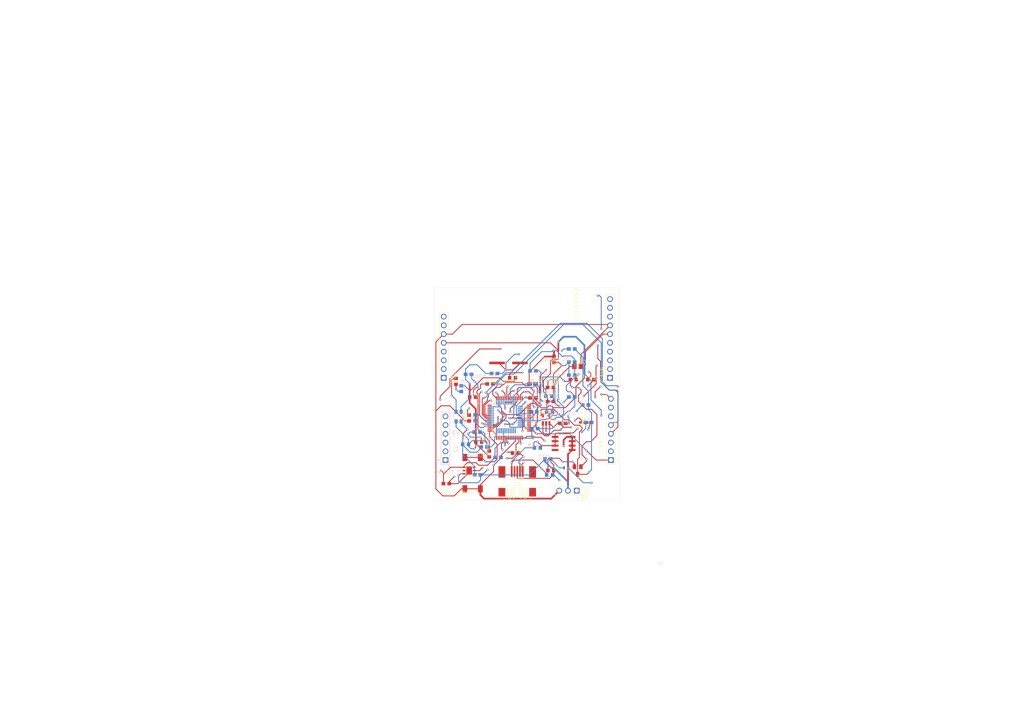
<source format=kicad_pcb>
(kicad_pcb (version 20221018) (generator pcbnew)
  (layers (0 "F.Cu" signal) (1 "In1.Cu" signal) (2 "In2.Cu" signal) (31 "B.Cu" signal) (34 "B.Paste" user) (35 "F.Paste" user) (36 "B.SilkS" user "B.Silkscreen") (37 "F.SilkS" user "F.Silkscreen") (38 "B.Mask" user) (39 "F.Mask" user) (44 "Edge.Cuts" user))
  (net 0 "")
  (net 1 "VDDA")
  (net 2 "VDD")
  (net 3 "VSS_2")
  (net 4 "VSS_1")
  (net 5 "GND")
  (net 6 "VSS")
  (net 7 "USB_RENUMN")
  (net 8 "USB_DP")
  (net 9 "USB_DM")
  (net 10 "U5V")
  (net 11 "T_SWDIO_IN")
  (net 12 "T_NRST")
  (net 13 "T_JTMS")
  (net 14 "T_JTCK")
  (net 15 "POWER_ENN")
  (net 16 "PC7")
  (net 17 "PB9")
  (net 18 "PB8")
  (net 19 "PB6CS/N")
  (net 20 "PB5")
  (net 21 "PB4")
  (net 22 "PB3")
  (net 23 "PB15MOSI")
  (net 24 "PB14MISO")
  (net 25 "PB13SCK")
  (net 26 "PB10")
  (net 27 "PA9")
  (net 28 "PA8")
  (net 29 "PA3")
  (net 30 "PA2")
  (net 31 "PA10")
  (net 32 "PA1")
  (net 33 "PA0")
  (net 34 "NRST")
  (net 35 "N$9")
  (net 36 "N$8")
  (net 37 "N$7")
  (net 38 "N$6")
  (net 39 "N$5")
  (net 40 "N$4")
  (net 41 "N$3")
  (net 42 "N$2")
  (net 43 "N$15")
  (net 44 "N$14")
  (net 45 "N$13")
  (net 46 "N$12")
  (net 47 "N$11")
  (net 48 "N$10")
  (net 49 "N$1")
  (net 50 "LED_STLINK")
  (net 51 "E5V")
  (net 52 "AVDD")
  (net 53 "AGND")
  (net 54 "5V")
  (net 55 "3V3ST_LINK")
  (net 56 "3V3")
  (footprint "STM32L476RG:C0603" (layer "F.Cu") (at 163.322 122.682)
    (fp_text reference "C5")
    (fp_text value "")
  )
  (footprint "STM32L476RG:C0603" (layer "F.Cu") (at 159.766 112.268)
    (fp_text reference "C9")
    (fp_text value "")
  )
  (footprint "STM32L476RG:61300311121" (layer "F.Cu") (at 164.846 142.24 180)
    (fp_text reference "CN6")
    (fp_text value "61300311121")
  )
  (footprint "STM32L476RG:SOIC127P600X175-8N" (layer "F.Cu") (at 163.576 128.524)
    (fp_text reference "U$5")
    (fp_text value "STS9P3LLH6")
  )
  (footprint "STM32L476RG:SON95P300X300X100-7N" (layer "F.Cu") (at 136.144 136.398 180)
    (fp_text reference "U1")
    (fp_text value "LD39050PU33R")
  )
  (footprint "STM32L476RG:R0805" (layer "F.Cu") (at 167.64 106.172)
    (fp_text reference "LED0")
    (fp_text value "")
  )
  (footprint "STM32L476RG:C0603" (layer "F.Cu") (at 154.686 115.316)
    (fp_text reference "C3,20PF0")
    (fp_text value "")
  )
  (footprint "STM32L476RG:R0603" (layer "F.Cu") (at 149.606 131.318)
    (fp_text reference "R15")
    (fp_text value "100k")
  )
  (footprint "STM32L476RG:SOT23-5L" (layer "F.Cu") (at 158.496 121.532)
    (fp_text reference "IC2")
    (fp_text value "LD398529RM")
  )
  (footprint "STM32L476RG:CAPC1608X90" (layer "F.Cu") (at 159.766 116.332)
    (fp_text reference "C21")
    (fp_text value "CC0603KRX5R8BB105")
  )
  (footprint "STM32L476RG:R0603" (layer "F.Cu") (at 137.16 115.062)
    (fp_text reference "R4")
    (fp_text value "4.7k")
  )
  (footprint "STM32L476RG:C0603" (layer "F.Cu") (at 154.432 111.252)
    (fp_text reference "C28,100N4")
    (fp_text value "")
  )
  (footprint "STM32L476RG:32005-201" (layer "F.Cu") (at 150.114 139.7 90)
    (fp_text reference "X1")
    (fp_text value "MINI-USB-32005-201")
  )
  (footprint "STM32L476RG:61301011121" (layer "F.Cu") (at 177.038 98.044 90)
    (fp_text reference "CN5")
    (fp_text value "61301011121")
  )
  (footprint "STM32L476RG:61300811121" (layer "F.Cu") (at 177.292 124.46 90)
    (fp_text reference "CN9")
    (fp_text value "61300811121")
  )
  (footprint "STM32L476RG:SOD323" (layer "F.Cu") (at 169.926 122.428 180)
    (fp_text reference "D2")
    (fp_text value "BAT60JFILM")
  )
  (footprint "STM32L476RG:R0603" (layer "F.Cu") (at 166.37 109.982)
    (fp_text reference "R10")
    (fp_text value "36k")
  )
  (footprint "STM32L476RG:R0603" (layer "F.Cu") (at 136.144 121.158 90)
    (fp_text reference "R33")
    (fp_text value "10k")
  )
  (footprint "STM32L476RG:R0603" (layer "F.Cu") (at 148.756 109.474)
    (fp_text reference "R23")
    (fp_text value "4.7k")
  )
  (footprint "STM32L476RG:8MHZ_XTAL" (layer "F.Cu") (at 150.899 105.156 90)
    (fp_text reference "U$3" hide)
    (fp_text value "8MHZ_XTAL" hide)
  )
  (footprint "STM32L476RG:C0603" (layer "F.Cu") (at 160.782 104.14 -90)
    (fp_text reference "C29,1UF0")
    (fp_text value "")
  )
  (footprint "STM32L476RG:C0603" (layer "F.Cu") (at 142.24 111.252)
    (fp_text reference "C6,100NF0")
    (fp_text value "")
  )
  (footprint "STM32L476RG:C0603" (layer "F.Cu") (at 129.54 140.208)
    (fp_text reference "C27,100N3")
    (fp_text value "")
  )
  (footprint "STM32L476RG:SOT23" (layer "F.Cu") (at 167.64 136.398 180)
    (fp_text reference "T1")
    (fp_text value "BC850")
  )
  (footprint "STM32L476RG:R0603" (layer "F.Cu") (at 171.45 109.982)
    (fp_text reference "R27")
    (fp_text value "4.7k")
  )
  (footprint "STM32L476RG:R0603" (layer "F.Cu") (at 132.334 110.49 90)
    (fp_text reference "R20")
    (fp_text value "100")
  )
  (footprint "STM32L476RG:61300811121" (layer "F.Cu") (at 128.778 100.584 90)
    (fp_text reference "J1")
    (fp_text value "61300811121")
  )
  (footprint "STM32L476RG:PUSHBUTTON" (layer "F.Cu") (at 134.91 141.71)
    (fp_text reference "U$2" hide)
    (fp_text value "PUSHBUTTON" hide)
  )
  (footprint "STM32L476RG:R0603" (layer "F.Cu") (at 159.854 136.398)
    (fp_text reference "R16")
    (fp_text value "1.5k")
  )
  (footprint "STM32L476RG:LQFP64" (layer "F.Cu") (at 147.828 121.158)
    (fp_text reference "U$1")
    (fp_text value "STM32L476RCT")
  )
  (footprint "STM32L476RG:R0603" (layer "F.Cu") (at 138.938 128.104)
    (fp_text reference "R2")
    (fp_text value "2.7k")
  )
  (footprint "STM32L476RG:R0603" (layer "F.Cu") (at 141.986 131.572 90)
    (fp_text reference "R14")
    (fp_text value "100k")
  )
  (footprint "STM32L476RG:C0603" (layer "B.Cu") (at 165.95 104.902 180)
    (fp_text reference "C24,100N2")
    (fp_text value "")
  )
  (footprint "STM32L476RG:CAPC1608X90" (layer "B.Cu") (at 165.95 115.062 180)
    (fp_text reference "C19")
    (fp_text value "CC0603KRX7R9BB104")
  )
  (footprint "STM32L476RG:R0603" (layer "B.Cu") (at 155.956 129.794 180)
    (fp_text reference "R28")
    (fp_text value "4k7")
  )
  (footprint "STM32L476RG:C0603" (layer "B.Cu") (at 144.526 132.588 180)
    (fp_text reference "C14,100N0")
    (fp_text value "")
  )
  (footprint "STM32L476RG:R0603" (layer "B.Cu") (at 154.788 111.252 180)
    (fp_text reference "R6")
    (fp_text value "")
  )
  (footprint "STM32L476RG:C0603" (layer "B.Cu") (at 143.51 108.204)
    (fp_text reference "C1,100N0")
    (fp_text value "")
  )
  (footprint "STM32L476RG:R0603" (layer "B.Cu") (at 159.512 119.38 180)
    (fp_text reference "UNK510R0")
    (fp_text value "")
  )
  (footprint "STM32L476RG:R0603" (layer "B.Cu") (at 138.43 125.222 180)
    (fp_text reference "R7")
    (fp_text value "2.7k")
  )
  (footprint "STM32L476RG:C0603" (layer "B.Cu") (at 169.926 117.348 180)
    (fp_text reference "C13")
    (fp_text value "")
  )
  (footprint "STM32L476RG:CAPC1608X90" (layer "B.Cu") (at 138.596 137.668 180)
    (fp_text reference "C20")
    (fp_text value "CC0603KRX7R9BB104")
  )
  (footprint "STM32L476RG:R0603" (layer "B.Cu") (at 137.922 121.08 -90)
    (fp_text reference "R1")
    (fp_text value "100")
  )
  (footprint "STM32L476RG:LED_XZM2CRKM2DGFBB45SCCB" (layer "B.Cu") (at 133.096 120.738 90)
    (fp_text reference "U$4")
    (fp_text value "LED_BICOLOR")
  )
  (footprint "STM32L476RG:CAPC1608X90" (layer "B.Cu") (at 155.194 124.206 180)
    (fp_text reference "C2")
    (fp_text value "CC0603KRX5R8BB105")
  )
  (footprint "STM32L476RG:CAPC1608X90" (layer "B.Cu") (at 165.95 108.712 180)
    (fp_text reference "C18")
    (fp_text value "CC0603KRX5R8BB105")
  )
  (footprint "STM32L476RG:LED_19-213_R6C-AP1Q2B_3T" (layer "B.Cu") (at 164.338 135.636 180)
    (fp_text reference "D1")
    (fp_text value "19-213/R6C-AP1Q2B/3T")
  )
  (footprint "STM32L476RG:61300611121" (layer "B.Cu") (at 129.286 127 90)
    (fp_text reference "J2")
    (fp_text value "61300611121")
  )
  (footprint "STM32L476RG:C0603" (layer "B.Cu") (at 170.8269 122.428 180)
    (fp_text reference "C1")
    (fp_text value "")
  )
  (footprint "STM32L476RG:R0603" (layer "B.Cu") (at 159.004 133.096 180)
    (fp_text reference "R32")
    (fp_text value "1k")
  )
  (footprint "STM32L476RG:C0603" (layer "B.Cu") (at 140.462 129.54 180)
    (fp_text reference "C4,100N0")
    (fp_text value "")
  )
  (footprint "STM32L476RG:R0603" (layer "B.Cu") (at 135.128 128.778 180)
    (fp_text reference "R3")
    (fp_text value "4.7k")
  )
  (footprint "STM32L476RG:R0603" (layer "B.Cu") (at 159.512 137.668 180)
    (fp_text reference "R12")
    (fp_text value "10k")
  )
  (footprint "STM32L476RG:QFP50P900X900X160-48N" (layer "B.Cu") (at 146.812 120.65 180)
    (fp_text reference "U3")
    (fp_text value "STM32F103CBT6")
  )
  (footprint "STM32L476RG:C0603" (layer "B.Cu") (at 135.978 108.458)
    (fp_text reference "C7,100N0")
    (fp_text value "")
  )
  (footprint "STM32L476RG:R0603" (layer "B.Cu") (at 159.258 114.808 180)
    (fp_text reference "R11")
    (fp_text value "100")
  )
  (footprint "STM32L476RG:R0603" (layer "B.Cu") (at 133.858 112.61 90)
    (fp_text reference "R21")
    (fp_text value "100")
  )
  (footprint "STM32L476RG:C0603" (layer "B.Cu") (at 154.94 119.38)
    (fp_text reference "C8,20PF0")
    (fp_text value "")
  )
  (footprint "STM32L476RG:C0603" (layer "B.Cu") (at 165.95 101.092 180)
    (fp_text reference "C11,100N0")
    (fp_text value "")
  )
  (footprint "STM32L476RG:C0603" (layer "B.Cu") (at 154.686 107.442)
    (fp_text reference "C23,100N1")
    (fp_text value "")
  )
  (gr_line (start 179.832 145.0036) (end 179.8955 83.312) (stroke (width 0.05)) (layer "Edge.Cuts"))
  (gr_line (start 125.95225 145.0036) (end 179.832 145.0036) (stroke (width 0.05)) (layer "Edge.Cuts"))
  (gr_line (start 179.8955 83.312) (end 126.01575 83.312) (stroke (width 0.05)) (layer "Edge.Cuts"))
  (gr_line (start 125.95225 145.0036) (end 126.01575 83.312) (stroke (width 0.05)) (layer "Edge.Cuts"))
  (segment (start 145.017 112.285) (end 144.001 112.285) (width 0.25) (layer "F.Cu") (net 2))
  (segment (start 153.578 123.908) (end 154.73 123.908) (width 0.25) (layer "F.Cu") (net 2))
  (segment (start 155.575 122.682) (end 155.575 123.825) (width 0.25) (layer "F.Cu") (net 2))
  (segment (start 128.69 137.502) (end 128.69 137.072) (width 0.25) (layer "F.Cu") (net 2))
  (segment (start 155.956 117.602) (end 155.194 116.84) (width 0.25) (layer "F.Cu") (net 2))
  (segment (start 128.69 140.208) (end 128.69 137.502) (width 0.25) (layer "F.Cu") (net 2))
  (segment (start 144.078 126.908) (end 144.078 126.044) (width 0.25) (layer "F.Cu") (net 2))
  (segment (start 162.56 124.714) (end 162.814 124.46) (width 0.25) (layer "F.Cu") (net 2))
  (segment (start 145.813 111.489) (end 145.017 112.285) (width 0.25) (layer "F.Cu") (net 2))
  (segment (start 160.782 103.29) (end 160.782 101.854) (width 0.5) (layer "F.Cu") (net 2))
  (segment (start 153.582 107.784) (end 153.582 111.76) (width 0.25) (layer "F.Cu") (net 2))
  (segment (start 160.782 103.29) (end 158.076 103.29) (width 0.5) (layer "F.Cu") (net 2))
  (segment (start 160.782 124.714) (end 162.56 124.714) (width 0.25) (layer "F.Cu") (net 2))
  (segment (start 155.575 123.063) (end 155.575 122.682) (width 0.25) (layer "F.Cu") (net 2))
  (segment (start 138.176 134.112) (end 135.636 134.112) (width 0.25) (layer "F.Cu") (net 2))
  (segment (start 159.172 126.324) (end 160.782 124.714) (width 0.25) (layer "F.Cu") (net 2))
  (segment (start 160.782 101.854) (end 160.528 101.6) (width 0.5) (layer "F.Cu") (net 2))
  (segment (start 153.582 111.76) (end 152.4 111.76) (width 0.25) (layer "F.Cu") (net 2))
  (segment (start 151.47 110.83) (end 146.726 110.83) (width 0.25) (layer "F.Cu") (net 2))
  (segment (start 143.51 133.858) (end 142.494 133.858) (width 0.25) (layer "F.Cu") (net 2))
  (segment (start 144.001 112.285) (end 143.002 113.284) (width 0.25) (layer "F.Cu") (net 2))
  (segment (start 145.288 101.092) (end 139.192 101.092) (width 0.25) (layer "F.Cu") (net 2))
  (segment (start 142.078 126.584) (end 144.272 128.778) (width 0.25) (layer "F.Cu") (net 2))
  (segment (start 155.956 122.301) (end 155.956 117.602) (width 0.25) (layer "F.Cu") (net 2))
  (segment (start 154.146 116.84) (end 153.578 117.408) (width 0.25) (layer "F.Cu") (net 2))
  (segment (start 138.938 134.874) (end 138.176 134.112) (width 0.25) (layer "F.Cu") (net 2))
  (segment (start 128.69 137.502) (end 130.744 135.448) (width 0.25) (layer "F.Cu") (net 2))
  (segment (start 152.4 111.76) (end 151.47 110.83) (width 0.25) (layer "F.Cu") (net 2))
  (segment (start 135.636 134.112) (end 134.709 135.039) (width 0.25) (layer "F.Cu") (net 2))
  (segment (start 155.194 116.84) (end 154.146 116.84) (width 0.25) (layer "F.Cu") (net 2))
  (segment (start 143.002 113.284) (end 143.002 114.332) (width 0.25) (layer "F.Cu") (net 2))
  (segment (start 142.494 133.858) (end 141.478 134.874) (width 0.25) (layer "F.Cu") (net 2))
  (segment (start 128.69 137.072) (end 128.016 136.398) (width 0.25) (layer "F.Cu") (net 2))
  (segment (start 144.272 128.778) (end 144.272 133.096) (width 0.25) (layer "F.Cu") (net 2))
  (segment (start 127.762 114.808) (end 127.762 115.824) (width 0.25) (layer "F.Cu") (net 2))
  (segment (start 143.002 114.332) (end 144.078 115.408) (width 0.25) (layer "F.Cu") (net 2))
  (segment (start 146.726 110.83) (end 146.067 111.489) (width 0.25) (layer "F.Cu") (net 2))
  (segment (start 158.076 103.29) (end 153.582 107.784) (width 0.25) (layer "F.Cu") (net 2))
  (segment (start 146.067 111.489) (end 145.813 111.489) (width 0.25) (layer "F.Cu") (net 2))
  (segment (start 141.478 134.874) (end 138.938 134.874) (width 0.25) (layer "F.Cu") (net 2))
  (segment (start 142.078 124.908) (end 142.078 126.584) (width 0.25) (layer "F.Cu") (net 2))
  (segment (start 144.078 126.044) (end 142.942 124.908) (width 0.25) (layer "F.Cu") (net 2))
  (segment (start 142.942 124.908) (end 142.078 124.908) (width 0.25) (layer "F.Cu") (net 2))
  (segment (start 155.575 122.682) (end 155.956 122.301) (width 0.25) (layer "F.Cu") (net 2))
  (segment (start 154.73 123.908) (end 155.575 123.063) (width 0.25) (layer "F.Cu") (net 2))
  (segment (start 139.192 101.092) (end 130.556 109.728) (width 0.25) (layer "F.Cu") (net 2))
  (segment (start 130.556 109.728) (end 130.556 112.014) (width 0.25) (layer "F.Cu") (net 2))
  (segment (start 144.272 133.096) (end 143.51 133.858) (width 0.25) (layer "F.Cu") (net 2))
  (segment (start 155.575 123.825) (end 158.074 126.324) (width 0.25) (layer "F.Cu") (net 2))
  (segment (start 130.744 135.448) (end 134.709 135.448) (width 0.25) (layer "F.Cu") (net 2))
  (segment (start 134.709 135.039) (end 134.709 135.448) (width 0.25) (layer "F.Cu") (net 2))
  (segment (start 158.074 126.324) (end 159.172 126.324) (width 0.25) (layer "F.Cu") (net 2))
  (segment (start 130.556 112.014) (end 127.762 114.808) (width 0.25) (layer "F.Cu") (net 2))
  (via (at 160.528 101.6) (size 0.6) (drill 0.3) (layers "F.Cu" "B.Cu") (net 2))
  (via (at 127.762 115.824) (size 0.6) (drill 0.3) (layers "F.Cu" "B.Cu") (net 2))
  (via (at 166.624 117.856) (size 0.6) (drill 0.3) (layers "F.Cu" "B.Cu") (net 2))
  (via (at 155.575 122.682) (size 0.6) (drill 0.3) (layers "F.Cu" "B.Cu") (net 2))
  (via (at 145.288 101.092) (size 0.6) (drill 0.3) (layers "F.Cu" "B.Cu") (net 2))
  (via (at 128.016 136.398) (size 0.6) (drill 0.3) (layers "F.Cu" "B.Cu") (net 2))
  (via (at 162.814 124.46) (size 0.6) (drill 0.3) (layers "F.Cu" "B.Cu") (net 2))
  (segment (start 166.8 109.298) (end 166.8 108.712) (width 0.25) (layer "B.Cu") (net 2))
  (segment (start 161.544 101.6) (end 160.528 101.6) (width 0.25) (layer "B.Cu") (net 2))
  (segment (start 160.274 101.854) (end 160.528 101.6) (width 0.25) (layer "B.Cu") (net 2))
  (segment (start 165.862 103.124) (end 163.576 103.124) (width 0.25) (layer "B.Cu") (net 2))
  (segment (start 166.8 114.73) (end 165.608 113.538) (width 0.25) (layer "B.Cu") (net 2))
  (segment (start 166.624 117.856) (end 166.8 117.68) (width 0.25) (layer "B.Cu") (net 2))
  (segment (start 166.8 108.712) (end 166.8 104.902) (width 0.25) (layer "B.Cu") (net 2))
  (segment (start 164.846 119.126) (end 165.354 119.126) (width 0.25) (layer "B.Cu") (net 2))
  (segment (start 153.836 105.244) (end 157.226 101.854) (width 0.25) (layer "B.Cu") (net 2))
  (segment (start 163.322 103.378) (end 161.544 101.6) (width 0.25) (layer "B.Cu") (net 2))
  (segment (start 162.814 124.46) (end 163.322 123.952) (width 0.25) (layer "B.Cu") (net 2))
  (segment (start 166.8 115.062) (end 166.8 114.73) (width 0.25) (layer "B.Cu") (net 2))
  (segment (start 164.338 111.76) (end 166.8 109.298) (width 0.25) (layer "B.Cu") (net 2))
  (segment (start 164.338 113.03) (end 164.338 111.76) (width 0.25) (layer "B.Cu") (net 2))
  (segment (start 165.608 113.538) (end 164.846 113.538) (width 0.25) (layer "B.Cu") (net 2))
  (segment (start 166.8 104.062) (end 165.862 103.124) (width 0.25) (layer "B.Cu") (net 2))
  (segment (start 153.836 107.442) (end 153.836 105.244) (width 0.25) (layer "B.Cu") (net 2))
  (segment (start 166.8 104.902) (end 166.8 104.062) (width 0.25) (layer "B.Cu") (net 2))
  (segment (start 163.576 103.124) (end 163.322 103.378) (width 0.25) (layer "B.Cu") (net 2))
  (segment (start 166.8 117.68) (end 166.8 115.062) (width 0.25) (layer "B.Cu") (net 2))
  (segment (start 163.322 120.65) (end 164.846 119.126) (width 0.25) (layer "B.Cu") (net 2))
  (segment (start 165.354 119.126) (end 166.624 117.856) (width 0.25) (layer "B.Cu") (net 2))
  (segment (start 164.846 113.538) (end 164.338 113.03) (width 0.25) (layer "B.Cu") (net 2))
  (segment (start 157.226 101.854) (end 160.274 101.854) (width 0.25) (layer "B.Cu") (net 2))
  (segment (start 163.322 123.952) (end 163.322 120.65) (width 0.25) (layer "B.Cu") (net 2))
  (segment (start 148.867 107.188) (end 150.899 105.156) (width 0.25) (layer "F.Cu") (net 5))
  (segment (start 167.22 109.982) (end 167.22 109.132) (width 0.25) (layer "F.Cu") (net 5))
  (segment (start 146.578 129.052) (end 146.558 129.032) (width 0.25) (layer "F.Cu") (net 5))
  (segment (start 134.366 126.746) (end 134.366 125.73) (width 0.25) (layer "F.Cu") (net 5))
  (segment (start 162.14 104.99) (end 163.068 105.918) (width 0.25) (layer "F.Cu") (net 5))
  (segment (start 151.46 136.954) (end 151.46 134.544) (width 0.25) (layer "F.Cu") (net 5))
  (segment (start 160.616 108.37) (end 163.068 105.918) (width 0.25) (layer "F.Cu") (net 5))
  (segment (start 138.176 112.268) (end 137.414 113.03) (width 0.25) (layer "F.Cu") (net 5))
  (segment (start 146.812 107.188) (end 148.867 107.188) (width 0.25) (layer "F.Cu") (net 5))
  (segment (start 161.886 117.602) (end 160.616 116.332) (width 0.25) (layer "F.Cu") (net 5))
  (segment (start 155.536 115.316) (end 155.956 114.896) (width 0.25) (layer "F.Cu") (net 5))
  (segment (start 130.39 140.208) (end 130.39 139.612) (width 0.25) (layer "F.Cu") (net 5))
  (segment (start 146.578 129.14) (end 146.578 129.052) (width 0.25) (layer "F.Cu") (net 5))
  (segment (start 136.144 136.906) (end 136.144 136.398) (width 0.25) (layer "F.Cu") (net 5))
  (segment (start 165.1 122.682) (end 164.172 122.682) (width 0.25) (layer "F.Cu") (net 5))
  (segment (start 148.502 131.064) (end 148.756 131.318) (width 0.25) (layer "F.Cu") (net 5))
  (segment (start 134.366 125.73) (end 135.636 124.46) (width 0.25) (layer "F.Cu") (net 5))
  (segment (start 162.306 117.602) (end 161.886 117.602) (width 0.25) (layer "F.Cu") (net 5))
  (segment (start 155.956 114.896) (end 155.956 112.434) (width 0.25) (layer "F.Cu") (net 5))
  (segment (start 145.542 130.048) (end 145.796 130.302) (width 0.25) (layer "F.Cu") (net 5))
  (segment (start 145.542 128.524) (end 145.542 130.048) (width 0.25) (layer "F.Cu") (net 5))
  (segment (start 147.32 131.064) (end 148.502 131.064) (width 0.25) (layer "F.Cu") (net 5))
  (segment (start 138.684 112.268) (end 138.176 112.268) (width 0.25) (layer "F.Cu") (net 5))
  (segment (start 130.39 140.208) (end 132.842 140.208) (width 0.25) (layer "F.Cu") (net 5))
  (segment (start 151.46 134.544) (end 151.892 134.112) (width 0.25) (layer "F.Cu") (net 5))
  (segment (start 160.616 112.268) (end 160.616 108.37) (width 0.25) (layer "F.Cu") (net 5))
  (segment (start 130.39 139.612) (end 131.826 138.176) (width 0.25) (layer "F.Cu") (net 5))
  (segment (start 132.842 140.208) (end 136.144 136.906) (width 0.25) (layer "F.Cu") (net 5))
  (segment (start 139.192 136.398) (end 139.954 135.636) (width 0.25) (layer "F.Cu") (net 5))
  (segment (start 160.616 116.332) (end 160.616 112.268) (width 0.25) (layer "F.Cu") (net 5))
  (segment (start 146.078 127.988) (end 145.542 128.524) (width 0.25) (layer "F.Cu") (net 5))
  (segment (start 144.78 105.156) (end 146.812 107.188) (width 0.25) (layer "F.Cu") (net 5))
  (segment (start 167.22 109.132) (end 167.894 108.458) (width 0.25) (layer "F.Cu") (net 5))
  (segment (start 156.972 117.348) (end 155.536 115.912) (width 0.25) (layer "F.Cu") (net 5))
  (segment (start 145.288 111.252) (end 143.09 111.252) (width 0.25) (layer "F.Cu") (net 5))
  (segment (start 172.3 110.148) (end 170.688 111.76) (width 0.25) (layer "F.Cu") (net 5))
  (segment (start 146.078 126.908) (end 146.078 127.988) (width 0.25) (layer "F.Cu") (net 5))
  (segment (start 158.496 124.968) (end 158.496 122.682) (width 0.25) (layer "F.Cu") (net 5))
  (segment (start 172.3 109.982) (end 172.3 110.148) (width 0.25) (layer "F.Cu") (net 5))
  (segment (start 160.782 104.99) (end 162.14 104.99) (width 0.25) (layer "F.Cu") (net 5))
  (segment (start 155.956 112.434) (end 155.282 111.76) (width 0.25) (layer "F.Cu") (net 5))
  (segment (start 146.558 129.032) (end 146.578 129.012) (width 0.25) (layer "F.Cu") (net 5))
  (segment (start 137.414 113.03) (end 137.414 114.466) (width 0.25) (layer "F.Cu") (net 5))
  (segment (start 137.579 136.398) (end 139.192 136.398) (width 0.25) (layer "F.Cu") (net 5))
  (segment (start 155.536 115.912) (end 155.536 115.316) (width 0.25) (layer "F.Cu") (net 5))
  (segment (start 137.414 114.466) (end 138.01 115.062) (width 0.25) (layer "F.Cu") (net 5))
  (segment (start 146.578 129.012) (end 146.578 126.908) (width 0.25) (layer "F.Cu") (net 5))
  (segment (start 144.249 105.156) (end 144.78 105.156) (width 0.25) (layer "F.Cu") (net 5))
  (via (at 145.288 111.252) (size 0.6) (drill 0.3) (layers "F.Cu" "B.Cu") (net 5))
  (via (at 164.846 120.65) (size 0.6) (drill 0.3) (layers "F.Cu" "B.Cu") (net 5))
  (via (at 134.366 126.746) (size 0.6) (drill 0.3) (layers "F.Cu" "B.Cu") (net 5))
  (via (at 163.576 116.586) (size 0.6) (drill 0.3) (layers "F.Cu" "B.Cu") (net 5))
  (via (at 167.386 119.126) (size 0.6) (drill 0.3) (layers "F.Cu" "B.Cu") (net 5))
  (via (at 145.796 130.302) (size 0.6) (drill 0.3) (layers "F.Cu" "B.Cu") (net 5))
  (via (at 151.892 134.112) (size 0.6) (drill 0.3) (layers "F.Cu" "B.Cu") (net 5))
  (via (at 150.622 102.616) (size 0.6) (drill 0.3) (layers "F.Cu" "B.Cu") (net 5))
  (via (at 138.684 112.268) (size 0.6) (drill 0.3) (layers "F.Cu" "B.Cu") (net 5))
  (via (at 171.704 139.954) (size 0.6) (drill 0.3) (layers "F.Cu" "B.Cu") (net 5))
  (via (at 135.636 124.46) (size 0.6) (drill 0.3) (layers "F.Cu" "B.Cu") (net 5))
  (via (at 170.688 111.76) (size 0.6) (drill 0.3) (layers "F.Cu" "B.Cu") (net 5))
  (via (at 146.558 129.032) (size 0.6) (drill 0.3) (layers "F.Cu" "B.Cu") (net 5))
  (via (at 156.972 117.348) (size 0.6) (drill 0.3) (layers "F.Cu" "B.Cu") (net 5))
  (via (at 131.826 138.176) (size 0.6) (drill 0.3) (layers "F.Cu" "B.Cu") (net 5))
  (via (at 154.686 127) (size 0.6) (drill 0.3) (layers "F.Cu" "B.Cu") (net 5))
  (via (at 146.812 107.188) (size 0.6) (drill 0.3) (layers "F.Cu" "B.Cu") (net 5))
  (via (at 167.894 108.458) (size 0.6) (drill 0.3) (layers "F.Cu" "B.Cu") (net 5))
  (via (at 147.32 131.064) (size 0.6) (drill 0.3) (layers "F.Cu" "B.Cu") (net 5))
  (via (at 162.306 117.602) (size 0.6) (drill 0.3) (layers "F.Cu" "B.Cu") (net 5))
  (via (at 165.1 122.682) (size 0.6) (drill 0.3) (layers "F.Cu" "B.Cu") (net 5))
  (via (at 139.954 135.636) (size 0.6) (drill 0.3) (layers "F.Cu" "B.Cu") (net 5))
  (via (at 163.068 101.6) (size 0.6) (drill 0.3) (layers "F.Cu" "B.Cu") (net 5))
  (via (at 158.496 124.968) (size 0.6) (drill 0.3) (layers "F.Cu" "B.Cu") (net 5))
  (via (at 168.91 125.222) (size 0.6) (drill 0.3) (layers "F.Cu" "B.Cu") (net 5))
  (via (at 137.668 110.49) (size 0.6) (drill 0.3) (layers "F.Cu" "B.Cu") (net 5))
  (via (at 163.068 105.918) (size 0.6) (drill 0.3) (layers "F.Cu" "B.Cu") (net 5))
  (segment (start 134.278 128.778) (end 134.278 126.834) (width 0.25) (layer "B.Cu") (net 5))
  (segment (start 163.068 105.918) (end 164.084 105.918) (width 0.25) (layer "B.Cu") (net 5))
  (segment (start 156.718 114.046) (end 156.718 117.094) (width 0.25) (layer "B.Cu") (net 5))
  (segment (start 164.963 135.636) (end 169.281 139.954) (width 0.25) (layer "B.Cu") (net 5))
  (segment (start 165.1 122.682) (end 165.1 120.904) (width 0.25) (layer "B.Cu") (net 5))
  (segment (start 154.686 127) (end 154.344 126.658) (width 0.25) (layer "B.Cu") (net 5))
  (segment (start 151.580949 112.268) (end 154.686 112.268) (width 0.25) (layer "B.Cu") (net 5))
  (segment (start 149.352 102.616) (end 150.622 102.616) (width 0.25) (layer "B.Cu") (net 5))
  (segment (start 137.746 135.206) (end 134.278 131.738) (width 0.25) (layer "B.Cu") (net 5))
  (segment (start 155.536 107.442) (end 156.464 107.442) (width 0.25) (layer "B.Cu") (net 5))
  (segment (start 139.612 129.882) (end 138.43 131.064) (width 0.25) (layer "B.Cu") (net 5))
  (segment (start 146.062 126.25) (end 146.062 124.83) (width 0.25) (layer "B.Cu") (net 5))
  (segment (start 156.972 107.95) (end 156.972 113.792) (width 0.25) (layer "B.Cu") (net 5))
  (segment (start 156.972 113.792) (end 156.718 114.046) (width 0.25) (layer "B.Cu") (net 5))
  (segment (start 138.684 111.506) (end 137.668 110.49) (width 0.25) (layer "B.Cu") (net 5))
  (segment (start 156.718 117.094) (end 156.972 117.348) (width 0.25) (layer "B.Cu") (net 5))
  (segment (start 146.812 127) (end 146.062 126.25) (width 0.25) (layer "B.Cu") (net 5))
  (segment (start 134.278 128.944) (end 134.278 128.778) (width 0.25) (layer "B.Cu") (net 5))
  (segment (start 149.062 114.786949) (end 151.580949 112.268) (width 0.25) (layer "B.Cu") (net 5))
  (segment (start 146.812 105.156) (end 149.352 102.616) (width 0.25) (layer "B.Cu") (net 5))
  (segment (start 156.464 113.792) (end 156.718 114.046) (width 0.25) (layer "B.Cu") (net 5))
  (segment (start 153.77 121.4) (end 150.992 121.4) (width 0.25) (layer "B.Cu") (net 5))
  (segment (start 155.638 111.252) (end 156.464 112.078) (width 0.25) (layer "B.Cu") (net 5))
  (segment (start 149.062 116.47) (end 149.062 114.786949) (width 0.25) (layer "B.Cu") (net 5))
  (segment (start 165.1 108.712) (end 165.1 104.902) (width 0.25) (layer "B.Cu") (net 5))
  (segment (start 156.464 112.078) (end 156.464 113.792) (width 0.25) (layer "B.Cu") (net 5))
  (segment (start 154.686 112.268) (end 155.638 111.316) (width 0.25) (layer "B.Cu") (net 5))
  (segment (start 167.386 119.038) (end 169.076 117.348) (width 0.25) (layer "B.Cu") (net 5))
  (segment (start 139.612 129.54) (end 139.612 129.882) (width 0.25) (layer "B.Cu") (net 5))
  (segment (start 136.398 131.064) (end 134.278 128.944) (width 0.25) (layer "B.Cu") (net 5))
  (segment (start 156.464 107.442) (end 156.972 107.95) (width 0.25) (layer "B.Cu") (net 5))
  (segment (start 163.576 101.092) (end 163.068 101.6) (width 0.25) (layer "B.Cu") (net 5))
  (segment (start 165.1 120.904) (end 164.846 120.65) (width 0.25) (layer "B.Cu") (net 5))
  (segment (start 154.344 126.658) (end 154.344 124.206) (width 0.25) (layer "B.Cu") (net 5))
  (segment (start 156.972 117.348) (end 155.79 118.53) (width 0.25) (layer "B.Cu") (net 5))
  (segment (start 134.278 131.738) (end 134.278 128.778) (width 0.25) (layer "B.Cu") (net 5))
  (segment (start 165.1 101.092) (end 163.576 101.092) (width 0.25) (layer "B.Cu") (net 5))
  (segment (start 163.576 116.586) (end 165.1 115.062) (width 0.25) (layer "B.Cu") (net 5))
  (segment (start 154.686 127) (end 146.812 127) (width 0.25) (layer "B.Cu") (net 5))
  (segment (start 138.684 112.268) (end 138.684 111.506) (width 0.25) (layer "B.Cu") (net 5))
  (segment (start 136.828 109.65) (end 137.668 110.49) (width 0.25) (layer "B.Cu") (net 5))
  (segment (start 155.79 119.38) (end 153.77 121.4) (width 0.25) (layer "B.Cu") (net 5))
  (segment (start 133.821 122.138) (end 133.821 122.645) (width 0.25) (layer "B.Cu") (net 5))
  (segment (start 144.36 108.204) (end 145.796 108.204) (width 0.25) (layer "B.Cu") (net 5))
  (segment (start 169.9769 124.1551) (end 169.9769 122.428) (width 0.25) (layer "B.Cu") (net 5))
  (segment (start 169.281 139.954) (end 171.704 139.954) (width 0.25) (layer "B.Cu") (net 5))
  (segment (start 164.084 105.918) (end 165.1 104.902) (width 0.25) (layer "B.Cu") (net 5))
  (segment (start 136.828 108.458) (end 136.828 109.65) (width 0.25) (layer "B.Cu") (net 5))
  (segment (start 134.278 126.834) (end 134.366 126.746) (width 0.25) (layer "B.Cu") (net 5))
  (segment (start 167.386 119.126) (end 167.386 119.038) (width 0.25) (layer "B.Cu") (net 5))
  (segment (start 137.746 137.668) (end 137.746 135.206) (width 0.25) (layer "B.Cu") (net 5))
  (segment (start 145.796 108.204) (end 146.812 107.188) (width 0.25) (layer "B.Cu") (net 5))
  (segment (start 138.43 131.064) (end 136.398 131.064) (width 0.25) (layer "B.Cu") (net 5))
  (segment (start 133.821 122.645) (end 135.636 124.46) (width 0.25) (layer "B.Cu") (net 5))
  (segment (start 155.79 118.53) (end 155.79 119.38) (width 0.25) (layer "B.Cu") (net 5))
  (segment (start 168.91 125.222) (end 169.9769 124.1551) (width 0.25) (layer "B.Cu") (net 5))
  (segment (start 146.812 107.188) (end 146.812 105.156) (width 0.25) (layer "B.Cu") (net 5))
  (segment (start 155.638 111.316) (end 155.638 111.252) (width 0.25) (layer "B.Cu") (net 5))
  (segment (start 144.578 117.4) (end 144.578 115.408) (width 0.25) (layer "F.Cu") (net 6))
  (segment (start 152.856 117.908) (end 150.622 120.142) (width 0.25) (layer "F.Cu") (net 6))
  (segment (start 144.018 113.792) (end 144.578 114.352) (width 0.25) (layer "F.Cu") (net 6))
  (segment (start 144.272 123.698) (end 146.812 121.158) (width 0.25) (layer "F.Cu") (net 6))
  (segment (start 145.542 119.38) (end 145.542 118.364) (width 0.25) (layer "F.Cu") (net 6))
  (segment (start 150.622 120.142) (end 146.812 120.142) (width 0.25) (layer "F.Cu") (net 6))
  (segment (start 152.898 117.908) (end 152.146 118.66) (width 0.25) (layer "F.Cu") (net 6))
  (segment (start 146.812 121.158) (end 146.812 120.142) (width 0.25) (layer "F.Cu") (net 6))
  (segment (start 144.578 114.352) (end 144.578 115.408) (width 0.25) (layer "F.Cu") (net 6))
  (segment (start 146.558 119.888) (end 146.05 119.888) (width 0.25) (layer "F.Cu") (net 6))
  (segment (start 153.578 117.908) (end 152.898 117.908) (width 0.25) (layer "F.Cu") (net 6))
  (segment (start 145.542 118.364) (end 144.578 117.4) (width 0.25) (layer "F.Cu") (net 6))
  (segment (start 153.578 117.908) (end 152.856 117.908) (width 0.25) (layer "F.Cu") (net 6))
  (segment (start 142.078 124.408) (end 142.928 124.408) (width 0.25) (layer "F.Cu") (net 6))
  (segment (start 146.05 119.888) (end 145.542 119.38) (width 0.25) (layer "F.Cu") (net 6))
  (segment (start 152.146 118.66) (end 152.146 123.656) (width 0.25) (layer "F.Cu") (net 6))
  (segment (start 143.638 123.698) (end 144.272 123.698) (width 0.25) (layer "F.Cu") (net 6))
  (segment (start 152.146 123.656) (end 152.898 124.408) (width 0.25) (layer "F.Cu") (net 6))
  (segment (start 146.812 120.142) (end 146.558 119.888) (width 0.25) (layer "F.Cu") (net 6))
  (segment (start 152.898 124.408) (end 153.578 124.408) (width 0.25) (layer "F.Cu") (net 6))
  (segment (start 142.928 124.408) (end 143.638 123.698) (width 0.25) (layer "F.Cu") (net 6))
  (via (at 144.018 113.792) (size 0.6) (drill 0.3) (layers "F.Cu" "B.Cu") (net 6))
  (segment (start 150.114 136.7) (end 150.114 138.5) (width 0.25) (layer "F.Cu") (net 8))
  (segment (start 160.704 137.492) (end 160.704 136.398) (width 0.25) (layer "F.Cu") (net 8))
  (segment (start 150.298 138.684) (end 159.512 138.684) (width 0.25) (layer "F.Cu") (net 8))
  (segment (start 160.704 134.796) (end 160.704 136.398) (width 0.25) (layer "F.Cu") (net 8))
  (segment (start 159.512 138.684) (end 160.704 137.492) (width 0.25) (layer "F.Cu") (net 8))
  (segment (start 150.114 138.5) (end 150.298 138.684) (width 0.25) (layer "F.Cu") (net 8))
  (segment (start 159.766 133.858) (end 160.704 134.796) (width 0.25) (layer "F.Cu") (net 8))
  (segment (start 170.942 123.698) (end 171.126 123.514) (width 0.25) (layer "F.Cu") (net 10))
  (segment (start 161.101 125.919) (end 161.101 126.619) (width 0.25) (layer "F.Cu") (net 10))
  (segment (start 149.276 133.35) (end 154.686 133.35) (width 0.25) (layer "F.Cu") (net 10))
  (segment (start 161.101 126.619) (end 161.101 127.889) (width 0.25) (layer "F.Cu") (net 10))
  (segment (start 167.64 124.206) (end 166.37 125.476) (width 0.25) (layer "F.Cu") (net 10))
  (segment (start 148.514 134.112) (end 149.276 133.35) (width 0.25) (layer "F.Cu") (net 10))
  (segment (start 166.37 125.476) (end 161.544 125.476) (width 0.25) (layer "F.Cu") (net 10))
  (segment (start 161.101 127.889) (end 161.101 129.159) (width 0.25) (layer "F.Cu") (net 10))
  (segment (start 154.686 133.35) (end 157.226 135.89) (width 0.25) (layer "F.Cu") (net 10))
  (segment (start 171.126 123.514) (end 171.126 122.428) (width 0.25) (layer "F.Cu") (net 10))
  (segment (start 161.101 129.159) (end 157.099 129.159) (width 0.25) (layer "F.Cu") (net 10))
  (segment (start 161.544 125.476) (end 161.101 125.919) (width 0.25) (layer "F.Cu") (net 10))
  (segment (start 170.942 124.206) (end 170.942 123.698) (width 0.25) (layer "F.Cu") (net 10))
  (segment (start 148.514 134.112) (end 148.514 136.7) (width 0.25) (layer "F.Cu") (net 10))
  (segment (start 157.099 129.159) (end 155.956 128.016) (width 0.25) (layer "F.Cu") (net 10))
  (segment (start 170.688 124.46) (end 170.942 124.206) (width 0.25) (layer "F.Cu") (net 10))
  (via (at 155.956 128.016) (size 0.6) (drill 0.3) (layers "F.Cu" "B.Cu") (net 10))
  (via (at 167.64 124.206) (size 0.6) (drill 0.3) (layers "F.Cu" "B.Cu") (net 10))
  (via (at 148.514 134.112) (size 0.6) (drill 0.3) (layers "F.Cu" "B.Cu") (net 10))
  (via (at 157.226 135.89) (size 0.6) (drill 0.3) (layers "F.Cu" "B.Cu") (net 10))
  (via (at 170.688 124.46) (size 0.6) (drill 0.3) (layers "F.Cu" "B.Cu") (net 10))
  (segment (start 154.94 128.27) (end 155.194 128.016) (width 0.25) (layer "B.Cu") (net 10))
  (segment (start 158.662 137.668) (end 158.662 137.326) (width 0.25) (layer "B.Cu") (net 10))
  (segment (start 155.106 129.794) (end 154.94 129.628) (width 0.25) (layer "B.Cu") (net 10))
  (segment (start 155.194 128.016) (end 155.956 128.016) (width 0.25) (layer "B.Cu") (net 10))
  (segment (start 154.94 129.628) (end 154.94 128.27) (width 0.25) (layer "B.Cu") (net 10))
  (segment (start 152.4 129.794) (end 155.106 129.794) (width 0.25) (layer "B.Cu") (net 10))
  (segment (start 148.514 133.68) (end 152.4 129.794) (width 0.25) (layer "B.Cu") (net 10))
  (segment (start 148.514 134.112) (end 148.514 133.68) (width 0.25) (layer "B.Cu") (net 10))
  (segment (start 158.662 137.326) (end 157.226 135.89) (width 0.25) (layer "B.Cu") (net 10))
  (segment (start 138.176 122.682) (end 138.176 121.93) (width 0.25) (layer "B.Cu") (net 11))
  (segment (start 142.588 123.444) (end 140.716 123.444) (width 0.25) (layer "B.Cu") (net 11))
  (segment (start 139.446 123.952) (end 138.176 122.682) (width 0.25) (layer "B.Cu") (net 11))
  (segment (start 142.632 123.4) (end 142.588 123.444) (width 0.25) (layer "B.Cu") (net 11))
  (segment (start 140.716 123.444) (end 140.208 123.952) (width 0.25) (layer "B.Cu") (net 11))
  (segment (start 140.208 123.952) (end 139.446 123.952) (width 0.25) (layer "B.Cu") (net 11))
  (segment (start 139.026 120.23) (end 141.196 122.4) (width 0.25) (layer "B.Cu") (net 13))
  (segment (start 138.176 120.23) (end 139.026 120.23) (width 0.25) (layer "B.Cu") (net 13))
  (segment (start 141.196 122.4) (end 142.632 122.4) (width 0.25) (layer "B.Cu") (net 13))
  (segment (start 172.72 113.538) (end 174.244 112.014) (width 0.25) (layer "F.Cu") (net 16))
  (segment (start 146.558 118.364) (end 146.558 116.84) (width 0.25) (layer "F.Cu") (net 16))
  (segment (start 146.558 116.84) (end 146.812 116.586) (width 0.25) (layer "F.Cu") (net 16))
  (segment (start 148.943 116.223) (end 149.078 116.088) (width 0.25) (layer "F.Cu") (net 16))
  (segment (start 172.72 115.062) (end 172.72 113.538) (width 0.25) (layer "F.Cu") (net 16))
  (segment (start 148.699 116.223) (end 148.943 116.223) (width 0.25) (layer "F.Cu") (net 16))
  (segment (start 148.336 116.586) (end 148.699 116.223) (width 0.25) (layer "F.Cu") (net 16))
  (segment (start 149.078 116.088) (end 149.078 115.408) (width 0.25) (layer "F.Cu") (net 16))
  (segment (start 146.812 116.586) (end 148.336 116.586) (width 0.25) (layer "F.Cu") (net 16))
  (via (at 174.244 112.014) (size 0.6) (drill 0.3) (layers "F.Cu" "B.Cu") (net 16))
  (via (at 172.72 115.062) (size 0.6) (drill 0.3) (layers "F.Cu" "B.Cu") (net 16))
  (via (at 146.558 118.364) (size 0.6) (drill 0.3) (layers "F.Cu" "B.Cu") (net 16))
  (segment (start 144.131168 123.358) (end 143.497167 123.358) (width 0.25) (layer "F.Cu") (net 17))
  (segment (start 142.947168 123.908) (end 142.078 123.908) (width 0.25) (layer "F.Cu") (net 17))
  (segment (start 145.796 121.693168) (end 144.131168 123.358) (width 0.25) (layer "F.Cu") (net 17))
  (segment (start 144.526 118.872) (end 145.796 120.142) (width 0.25) (layer "F.Cu") (net 17))
  (segment (start 143.497167 123.358) (end 142.947168 123.908) (width 0.25) (layer "F.Cu") (net 17))
  (segment (start 145.796 120.142) (end 145.796 121.693168) (width 0.25) (layer "F.Cu") (net 17))
  (via (at 144.526 118.872) (size 0.6) (drill 0.3) (layers "F.Cu" "B.Cu") (net 17))
  (segment (start 143.356334 123.018) (end 142.966335 123.408) (width 0.25) (layer "F.Cu") (net 18))
  (segment (start 143.990336 123.018) (end 143.356334 123.018) (width 0.25) (layer "F.Cu") (net 18))
  (segment (start 144.526 122.482336) (end 143.990336 123.018) (width 0.25) (layer "F.Cu") (net 18))
  (segment (start 144.526 120.904) (end 144.526 122.482336) (width 0.25) (layer "F.Cu") (net 18))
  (segment (start 142.966335 123.408) (end 142.078 123.408) (width 0.25) (layer "F.Cu") (net 18))
  (via (at 144.526 120.904) (size 0.6) (drill 0.3) (layers "F.Cu" "B.Cu") (net 18))
  (segment (start 140.704 121.908) (end 142.078 121.908) (width 0.25) (layer "F.Cu") (net 19))
  (segment (start 139.192 114.046) (end 139.192 120.396) (width 0.25) (layer "F.Cu") (net 19))
  (segment (start 139.7 113.538) (end 139.192 114.046) (width 0.25) (layer "F.Cu") (net 19))
  (segment (start 139.192 120.396) (end 140.704 121.908) (width 0.25) (layer "F.Cu") (net 19))
  (via (at 139.7 113.538) (size 0.6) (drill 0.3) (layers "F.Cu" "B.Cu") (net 19))
  (segment (start 139.954 120.134) (end 141.228 121.408) (width 0.25) (layer "F.Cu") (net 20))
  (segment (start 141.228 121.408) (end 142.078 121.408) (width 0.25) (layer "F.Cu") (net 20))
  (segment (start 140.208 115.316) (end 139.954 115.57) (width 0.25) (layer "F.Cu") (net 20))
  (segment (start 139.954 115.57) (end 139.954 120.134) (width 0.25) (layer "F.Cu") (net 20))
  (via (at 140.208 115.316) (size 0.6) (drill 0.3) (layers "F.Cu" "B.Cu") (net 20))
  (segment (start 174.498 99.314) (end 174.498 110.744) (width 0.25) (layer "B.Cu") (net 20))
  (segment (start 140.208 115.316) (end 140.716 115.316) (width 0.25) (layer "B.Cu") (net 20))
  (segment (start 144.272 111.76) (end 144.272 110.998) (width 0.25) (layer "B.Cu") (net 20))
  (segment (start 146.812 108.458) (end 149.098 108.458) (width 0.25) (layer "B.Cu") (net 20))
  (segment (start 176.784 113.03) (end 179.07 113.03) (width 0.25) (layer "B.Cu") (net 20))
  (segment (start 169.164 93.98) (end 174.498 99.314) (width 0.25) (layer "B.Cu") (net 20))
  (segment (start 163.576 93.98) (end 169.164 93.98) (width 0.25) (layer "B.Cu") (net 20))
  (segment (start 174.498 110.744) (end 176.784 113.03) (width 0.25) (layer "B.Cu") (net 20))
  (segment (start 149.098 108.458) (end 163.576 93.98) (width 0.25) (layer "B.Cu") (net 20))
  (segment (start 140.716 115.316) (end 144.272 111.76) (width 0.25) (layer "B.Cu") (net 20))
  (segment (start 144.272 110.998) (end 146.812 108.458) (width 0.25) (layer "B.Cu") (net 20))
  (segment (start 178.054 122.428) (end 177.292 123.19) (width 0.25) (layer "B.Cu") (net 20))
  (segment (start 179.324 122.174) (end 179.07 122.428) (width 0.25) (layer "B.Cu") (net 20))
  (segment (start 179.07 122.428) (end 178.054 122.428) (width 0.25) (layer "B.Cu") (net 20))
  (segment (start 179.324 113.284) (end 179.324 122.174) (width 0.25) (layer "B.Cu") (net 20))
  (segment (start 179.07 113.03) (end 179.324 113.284) (width 0.25) (layer "B.Cu") (net 20))
  (segment (start 141.478 116.078) (end 141.478 115.316) (width 0.25) (layer "F.Cu") (net 21))
  (segment (start 140.294 119.974) (end 141.228 120.908) (width 0.25) (layer "F.Cu") (net 21))
  (segment (start 141.478 116.078) (end 140.294 117.262) (width 0.25) (layer "F.Cu") (net 21))
  (segment (start 141.228 120.908) (end 142.078 120.908) (width 0.25) (layer "F.Cu") (net 21))
  (segment (start 141.224 113.792) (end 140.97 113.792) (width 0.25) (layer "F.Cu") (net 21))
  (segment (start 140.294 117.262) (end 140.294 119.974) (width 0.25) (layer "F.Cu") (net 21))
  (segment (start 141.732 114.3) (end 141.224 113.792) (width 0.25) (layer "F.Cu") (net 21))
  (segment (start 141.732 115.062) (end 141.732 114.3) (width 0.25) (layer "F.Cu") (net 21))
  (segment (start 141.478 115.316) (end 141.732 115.062) (width 0.25) (layer "F.Cu") (net 21))
  (via (at 179.324 112.014) (size 0.6) (drill 0.3) (layers "F.Cu" "B.Cu") (net 21))
  (via (at 140.97 113.792) (size 0.6) (drill 0.3) (layers "F.Cu" "B.Cu") (net 21))
  (segment (start 179.07 111.76) (end 176.022 111.76) (width 0.25) (layer "B.Cu") (net 21))
  (segment (start 174.838 98.13) (end 170.348 93.64) (width 0.25) (layer "B.Cu") (net 21))
  (segment (start 176.022 111.76) (end 174.838 110.576) (width 0.25) (layer "B.Cu") (net 21))
  (segment (start 179.324 112.014) (end 179.07 111.76) (width 0.25) (layer "B.Cu") (net 21))
  (segment (start 162.646 93.64) (end 148.336 107.95) (width 0.25) (layer "B.Cu") (net 21))
  (segment (start 146.812 107.95) (end 140.97 113.792) (width 0.25) (layer "B.Cu") (net 21))
  (segment (start 148.336 107.95) (end 146.812 107.95) (width 0.25) (layer "B.Cu") (net 21))
  (segment (start 170.348 93.64) (end 162.646 93.64) (width 0.25) (layer "B.Cu") (net 21))
  (segment (start 174.838 110.576) (end 174.838 98.13) (width 0.25) (layer "B.Cu") (net 21))
  (segment (start 142.494 116.078) (end 141.986 116.078) (width 0.25) (layer "F.Cu") (net 22))
  (segment (start 174.244 106.152463) (end 174.244 110.49) (width 0.25) (layer "F.Cu") (net 22))
  (segment (start 179.324 123.698) (end 177.292 125.73) (width 0.25) (layer "F.Cu") (net 22))
  (segment (start 173.482 100.076) (end 173.482 103.886) (width 0.25) (layer "F.Cu") (net 22))
  (segment (start 174.261 104.665) (end 174.261 106.135463) (width 0.25) (layer "F.Cu") (net 22))
  (segment (start 174.244 110.49) (end 176.784 113.03) (width 0.25) (layer "F.Cu") (net 22))
  (segment (start 141.228 120.408) (end 142.078 120.408) (width 0.25) (layer "F.Cu") (net 22))
  (segment (start 140.716 117.348) (end 140.716 119.896) (width 0.25) (layer "F.Cu") (net 22))
  (segment (start 173.482 103.886) (end 174.261 104.665) (width 0.25) (layer "F.Cu") (net 22))
  (segment (start 178.562 113.03) (end 179.324 113.792) (width 0.25) (layer "F.Cu") (net 22))
  (segment (start 174.261 106.135463) (end 174.244 106.152463) (width 0.25) (layer "F.Cu") (net 22))
  (segment (start 141.986 116.078) (end 140.716 117.348) (width 0.25) (layer "F.Cu") (net 22))
  (segment (start 179.324 113.792) (end 179.324 123.698) (width 0.25) (layer "F.Cu") (net 22))
  (segment (start 176.784 113.03) (end 178.562 113.03) (width 0.25) (layer "F.Cu") (net 22))
  (segment (start 140.716 119.896) (end 141.228 120.408) (width 0.25) (layer "F.Cu") (net 22))
  (via (at 173.482 85.598) (size 0.6) (drill 0.3) (layers "F.Cu" "B.Cu") (net 22))
  (via (at 174.498 95.25) (size 0.6) (drill 0.3) (layers "F.Cu" "B.Cu") (net 22))
  (via (at 142.494 116.078) (size 0.6) (drill 0.3) (layers "F.Cu" "B.Cu") (net 22))
  (via (at 173.482 100.076) (size 0.6) (drill 0.3) (layers "F.Cu" "B.Cu") (net 22))
  (segment (start 173.482 85.598) (end 173.99 85.598) (width 0.25) (layer "B.Cu") (net 22))
  (segment (start 173.99 85.598) (end 174.498 86.106) (width 0.25) (layer "B.Cu") (net 22))
  (segment (start 174.498 86.106) (end 174.498 95.25) (width 0.25) (layer "B.Cu") (net 22))
  (segment (start 173.015 109.217) (end 173.015 111.211) (width 0.25) (layer "F.Cu") (net 23))
  (segment (start 173.228 105.918) (end 172.974 106.172) (width 0.25) (layer "F.Cu") (net 23))
  (segment (start 172.974 106.172) (end 172.974 109.176) (width 0.25) (layer "F.Cu") (net 23))
  (segment (start 148.082 119.38) (end 148.082 118.383537) (width 0.25) (layer "F.Cu") (net 23))
  (segment (start 172.974 109.176) (end 173.015 109.217) (width 0.25) (layer "F.Cu") (net 23))
  (segment (start 148.082 118.383537) (end 150.078 116.387537) (width 0.25) (layer "F.Cu") (net 23))
  (segment (start 173.015 111.211) (end 169.418 114.808) (width 0.25) (layer "F.Cu") (net 23))
  (segment (start 150.078 116.387537) (end 150.078 115.408) (width 0.25) (layer "F.Cu") (net 23))
  (via (at 173.228 105.918) (size 0.6) (drill 0.3) (layers "F.Cu" "B.Cu") (net 23))
  (via (at 169.418 114.808) (size 0.6) (drill 0.3) (layers "F.Cu" "B.Cu") (net 23))
  (via (at 148.082 119.38) (size 0.6) (drill 0.3) (layers "F.Cu" "B.Cu") (net 23))
  (segment (start 153.924 112.268) (end 150.622 112.268) (width 0.25) (layer "F.Cu") (net 24))
  (segment (start 156.718 115.57) (end 156.718 108.966) (width 0.25) (layer "F.Cu") (net 24))
  (segment (start 150.114 114.264) (end 150.578 114.728) (width 0.25) (layer "F.Cu") (net 24))
  (segment (start 150.114 112.776) (end 150.114 114.264) (width 0.25) (layer "F.Cu") (net 24))
  (segment (start 156.718 108.966) (end 158.496 107.188) (width 0.25) (layer "F.Cu") (net 24))
  (segment (start 154.94 113.284) (end 153.924 112.268) (width 0.25) (layer "F.Cu") (net 24))
  (segment (start 150.622 112.268) (end 150.114 112.776) (width 0.25) (layer "F.Cu") (net 24))
  (segment (start 157.353 116.205) (end 156.718 115.57) (width 0.25) (layer "F.Cu") (net 24))
  (segment (start 150.578 114.728) (end 150.578 115.408) (width 0.25) (layer "F.Cu") (net 24))
  (via (at 158.496 107.188) (size 0.6) (drill 0.3) (layers "F.Cu" "B.Cu") (net 24))
  (via (at 157.353 116.205) (size 0.6) (drill 0.3) (layers "F.Cu" "B.Cu") (net 24))
  (via (at 154.94 113.284) (size 0.6) (drill 0.3) (layers "F.Cu" "B.Cu") (net 24))
  (via (at 155.067 117.983) (size 0.6) (drill 0.3) (layers "F.Cu" "B.Cu") (net 24))
  (segment (start 154.686 114.046) (end 154.686 117.602) (width 0.25) (layer "B.Cu") (net 24))
  (segment (start 154.686 117.602) (end 155.067 117.983) (width 0.25) (layer "B.Cu") (net 24))
  (segment (start 155.067 117.983) (end 154.94 117.856) (width 0.25) (layer "B.Cu") (net 24))
  (segment (start 154.94 113.284) (end 154.94 113.792) (width 0.25) (layer "B.Cu") (net 24))
  (segment (start 154.94 113.792) (end 154.686 114.046) (width 0.25) (layer "B.Cu") (net 24))
  (segment (start 160.528 118.11) (end 160.02 117.602) (width 0.25) (layer "F.Cu") (net 25))
  (segment (start 177.038 96.774) (end 175.006 96.774) (width 0.25) (layer "F.Cu") (net 25))
  (segment (start 169.926 105.664) (end 169.672 105.918) (width 0.25) (layer "F.Cu") (net 25))
  (segment (start 169.672 105.918) (end 169.672 109.474) (width 0.25) (layer "F.Cu") (net 25))
  (segment (start 151.078 114.352) (end 151.078 115.408) (width 0.25) (layer "F.Cu") (net 25))
  (segment (start 153.538 113.538) (end 154.686 114.686) (width 0.25) (layer "F.Cu") (net 25))
  (segment (start 159.258 117.602) (end 160.02 117.602) (width 0.25) (layer "F.Cu") (net 25))
  (segment (start 175.006 96.774) (end 169.926 101.854) (width 0.25) (layer "F.Cu") (net 25))
  (segment (start 158.75 118.11) (end 159.258 117.602) (width 0.25) (layer "F.Cu") (net 25))
  (segment (start 164.067 118.127) (end 160.799 118.127) (width 0.25) (layer "F.Cu") (net 25))
  (segment (start 151.892 113.538) (end 151.078 114.352) (width 0.25) (layer "F.Cu") (net 25))
  (segment (start 156.972 118.11) (end 158.75 118.11) (width 0.25) (layer "F.Cu") (net 25))
  (segment (start 169.926 101.854) (end 169.926 105.664) (width 0.25) (layer "F.Cu") (net 25))
  (segment (start 167.132 115.062) (end 164.067 118.127) (width 0.25) (layer "F.Cu") (net 25))
  (segment (start 167.132 112.014) (end 167.132 115.062) (width 0.25) (layer "F.Cu") (net 25))
  (segment (start 152.146 113.538) (end 153.538 113.538) (width 0.25) (layer "F.Cu") (net 25))
  (segment (start 160.799 118.127) (end 160.782 118.11) (width 0.25) (layer "F.Cu") (net 25))
  (segment (start 169.672 109.474) (end 167.132 112.014) (width 0.25) (layer "F.Cu") (net 25))
  (segment (start 154.686 115.824) (end 156.972 118.11) (width 0.25) (layer "F.Cu") (net 25))
  (segment (start 154.686 114.686) (end 154.686 115.824) (width 0.25) (layer "F.Cu") (net 25))
  (segment (start 160.782 118.11) (end 160.528 118.11) (width 0.25) (layer "F.Cu") (net 25))
  (segment (start 152.146 113.538) (end 151.892 113.538) (width 0.25) (layer "F.Cu") (net 25))
  (via (at 152.146 113.538) (size 0.6) (drill 0.3) (layers "F.Cu" "B.Cu") (net 25))
  (via (at 160.02 117.602) (size 0.6) (drill 0.3) (layers "F.Cu" "B.Cu") (net 25))
  (segment (start 160.362 119.38) (end 160.362 117.944) (width 0.25) (layer "B.Cu") (net 25))
  (segment (start 160.362 117.944) (end 160.02 117.602) (width 0.25) (layer "B.Cu") (net 25))
  (segment (start 154.686 119.126) (end 154.686 121.412) (width 0.25) (layer "F.Cu") (net 26))
  (segment (start 154.468 118.908) (end 154.686 119.126) (width 0.25) (layer "F.Cu") (net 26))
  (segment (start 153.578 118.908) (end 154.468 118.908) (width 0.25) (layer "F.Cu") (net 26))
  (via (at 154.686 121.412) (size 0.6) (drill 0.3) (layers "F.Cu" "B.Cu") (net 26))
  (segment (start 147.32 112.014) (end 147.078 112.256) (width 0.25) (layer "F.Cu") (net 27))
  (segment (start 147.078 112.256) (end 147.078 115.408) (width 0.25) (layer "F.Cu") (net 27))
  (via (at 147.32 112.014) (size 0.6) (drill 0.3) (layers "F.Cu" "B.Cu") (net 27))
  (segment (start 147.578 114.308) (end 147.578 115.408) (width 0.25) (layer "F.Cu") (net 28))
  (segment (start 149.098 113.284) (end 148.602 113.284) (width 0.25) (layer "F.Cu") (net 28))
  (segment (start 177.292 115.57) (end 176.022 114.3) (width 0.25) (layer "F.Cu") (net 28))
  (segment (start 148.602 113.284) (end 147.578 114.308) (width 0.25) (layer "F.Cu") (net 28))
  (segment (start 176.022 114.3) (end 174.498 114.3) (width 0.25) (layer "F.Cu") (net 28))
  (via (at 149.098 113.284) (size 0.6) (drill 0.3) (layers "F.Cu" "B.Cu") (net 28))
  (via (at 174.498 114.3) (size 0.6) (drill 0.3) (layers "F.Cu" "B.Cu") (net 28))
  (segment (start 172.974 133.35) (end 177.292 133.35) (width 0.25) (layer "F.Cu") (net 29))
  (segment (start 155.702 125.73) (end 154.88 124.908) (width 0.25) (layer "F.Cu") (net 29))
  (segment (start 154.88 124.908) (end 153.578 124.908) (width 0.25) (layer "F.Cu") (net 29))
  (segment (start 170.18 130.556) (end 172.974 133.35) (width 0.25) (layer "F.Cu") (net 29))
  (via (at 170.18 130.556) (size 0.6) (drill 0.3) (layers "F.Cu" "B.Cu") (net 29))
  (via (at 155.702 125.73) (size 0.6) (drill 0.3) (layers "F.Cu" "B.Cu") (net 29))
  (segment (start 155.702 125.73) (end 165.354 125.73) (width 0.25) (layer "B.Cu") (net 29))
  (segment (start 165.354 125.73) (end 170.18 130.556) (width 0.25) (layer "B.Cu") (net 29))
  (segment (start 152.492 126.908) (end 151.578 126.908) (width 0.25) (layer "F.Cu") (net 30))
  (segment (start 156.972 126.746) (end 155.174463 126.746) (width 0.25) (layer "F.Cu") (net 30))
  (segment (start 155.174463 126.746) (end 154.903463 126.475) (width 0.25) (layer "F.Cu") (net 30))
  (segment (start 152.925 126.475) (end 152.492 126.908) (width 0.25) (layer "F.Cu") (net 30))
  (segment (start 157.988 127.762) (end 156.972 126.746) (width 0.25) (layer "F.Cu") (net 30))
  (segment (start 154.903463 126.475) (end 152.925 126.475) (width 0.25) (layer "F.Cu") (net 30))
  (via (at 157.988 127.762) (size 0.6) (drill 0.3) (layers "F.Cu" "B.Cu") (net 30))
  (segment (start 145.796 113.284) (end 146.578 114.066) (width 0.25) (layer "F.Cu") (net 31))
  (segment (start 146.578 114.066) (end 146.578 115.408) (width 0.25) (layer "F.Cu") (net 31))
  (via (at 145.796 113.284) (size 0.6) (drill 0.3) (layers "F.Cu" "B.Cu") (net 31))
  (segment (start 151.13 128.524) (end 151.078 128.472) (width 0.25) (layer "F.Cu") (net 32))
  (segment (start 151.078 128.472) (end 151.078 126.908) (width 0.25) (layer "F.Cu") (net 32))
  (via (at 151.13 128.524) (size 0.6) (drill 0.3) (layers "F.Cu" "B.Cu") (net 32))
  (segment (start 149.741 131.813) (end 149.741 128.897) (width 0.25) (layer "F.Cu") (net 33))
  (segment (start 148.712 132.842) (end 149.741 131.813) (width 0.25) (layer "F.Cu") (net 33))
  (segment (start 149.741 128.897) (end 150.578 128.06) (width 0.25) (layer "F.Cu") (net 33))
  (segment (start 150.578 128.06) (end 150.578 126.908) (width 0.25) (layer "F.Cu") (net 33))
  (segment (start 147.066 132.842) (end 148.712 132.842) (width 0.25) (layer "F.Cu") (net 33))
  (via (at 147.066 132.842) (size 0.6) (drill 0.3) (layers "F.Cu" "B.Cu") (net 33))
  (segment (start 139.41 132.61) (end 139.722 132.61) (width 0.25) (layer "F.Cu") (net 34))
  (segment (start 139.722 132.61) (end 140.97 133.858) (width 0.25) (layer "F.Cu") (net 34))
  (segment (start 147.078 126.908) (end 147.083 126.913) (width 0.25) (layer "F.Cu") (net 34))
  (segment (start 147.083 126.913) (end 147.083 128.033) (width 0.25) (layer "F.Cu") (net 34))
  (segment (start 147.083 128.033) (end 147.574 128.524) (width 0.25) (layer "F.Cu") (net 34))
  (segment (start 134.91 132.61) (end 139.41 132.61) (width 0.25) (layer "F.Cu") (net 34))
  (via (at 140.97 133.858) (size 0.6) (drill 0.3) (layers "F.Cu" "B.Cu") (net 34))
  (via (at 147.574 128.524) (size 0.6) (drill 0.3) (layers "F.Cu" "B.Cu") (net 34))
  (segment (start 143.676 132.588) (end 143.676 129.882) (width 0.25) (layer "B.Cu") (net 34))
  (segment (start 145.288 128.27) (end 147.32 128.27) (width 0.25) (layer "B.Cu") (net 34))
  (segment (start 140.97 133.858) (end 142.406 133.858) (width 0.25) (layer "B.Cu") (net 34))
  (segment (start 143.676 129.882) (end 145.288 128.27) (width 0.25) (layer "B.Cu") (net 34))
  (segment (start 142.406 133.858) (end 143.676 132.588) (width 0.25) (layer "B.Cu") (net 34))
  (segment (start 147.32 128.27) (end 147.574 128.524) (width 0.25) (layer "B.Cu") (net 34))
  (segment (start 148.336 107.95) (end 151.638 107.95) (width 0.25) (layer "F.Cu") (net 35))
  (segment (start 147.906 108.38) (end 148.336 107.95) (width 0.25) (layer "F.Cu") (net 35))
  (segment (start 170.6 109.816) (end 171.45 108.966) (width 0.25) (layer "F.Cu") (net 35))
  (segment (start 171.45 108.204) (end 170.942 107.696) (width 0.25) (layer "F.Cu") (net 35))
  (segment (start 170.6 109.982) (end 170.6 109.816) (width 0.25) (layer "F.Cu") (net 35))
  (segment (start 147.906 109.474) (end 147.906 108.38) (width 0.25) (layer "F.Cu") (net 35))
  (segment (start 171.45 108.966) (end 171.45 108.204) (width 0.25) (layer "F.Cu") (net 35))
  (via (at 170.942 107.696) (size 0.6) (drill 0.3) (layers "F.Cu" "B.Cu") (net 35))
  (via (at 151.638 107.95) (size 0.6) (drill 0.3) (layers "F.Cu" "B.Cu") (net 35))
  (segment (start 163.83 110.49) (end 163.576 110.236) (width 0.25) (layer "F.Cu") (net 36))
  (segment (start 170.18 133.096) (end 170.18 133.708) (width 0.25) (layer "F.Cu") (net 36))
  (segment (start 173.228 126.238) (end 171.45 128.016) (width 0.25) (layer "F.Cu") (net 36))
  (segment (start 170.18 133.708) (end 168.59 135.298) (width 0.25) (layer "F.Cu") (net 36))
  (segment (start 168.656 113.792) (end 167.894 114.554) (width 0.25) (layer "F.Cu") (net 36))
  (segment (start 171.704 118.618) (end 173.228 120.142) (width 0.25) (layer "F.Cu") (net 36))
  (segment (start 173.228 120.142) (end 173.228 126.238) (width 0.25) (layer "F.Cu") (net 36))
  (segment (start 170.18 128.016) (end 168.91 129.286) (width 0.25) (layer "F.Cu") (net 36))
  (segment (start 168.656 113.03) (end 168.656 113.792) (width 0.25) (layer "F.Cu") (net 36))
  (segment (start 168.91 131.826) (end 170.18 133.096) (width 0.25) (layer "F.Cu") (net 36))
  (segment (start 170.18 118.618) (end 171.704 118.618) (width 0.25) (layer "F.Cu") (net 36))
  (segment (start 167.894 114.554) (end 167.894 116.332) (width 0.25) (layer "F.Cu") (net 36))
  (segment (start 171.45 128.016) (end 170.18 128.016) (width 0.25) (layer "F.Cu") (net 36))
  (segment (start 165.52 109.982) (end 165.012 110.49) (width 0.25) (layer "F.Cu") (net 36))
  (segment (start 165.012 110.49) (end 163.83 110.49) (width 0.25) (layer "F.Cu") (net 36))
  (segment (start 168.91 129.286) (end 168.91 131.826) (width 0.25) (layer "F.Cu") (net 36))
  (segment (start 165.52 111.672) (end 166.116 112.268) (width 0.25) (layer "F.Cu") (net 36))
  (segment (start 165.52 109.982) (end 165.52 111.672) (width 0.25) (layer "F.Cu") (net 36))
  (segment (start 168.148 112.522) (end 168.656 113.03) (width 0.25) (layer "F.Cu") (net 36))
  (segment (start 167.894 116.332) (end 170.18 118.618) (width 0.25) (layer "F.Cu") (net 36))
  (via (at 163.576 110.236) (size 0.6) (drill 0.3) (layers "F.Cu" "B.Cu") (net 36))
  (via (at 170.18 133.096) (size 0.6) (drill 0.3) (layers "F.Cu" "B.Cu") (net 36))
  (via (at 168.148 112.522) (size 0.6) (drill 0.3) (layers "F.Cu" "B.Cu") (net 36))
  (via (at 162.306 139.192) (size 0.6) (drill 0.3) (layers "F.Cu" "B.Cu") (net 36))
  (via (at 166.116 112.268) (size 0.6) (drill 0.3) (layers "F.Cu" "B.Cu") (net 36))
  (segment (start 167.894 112.268) (end 166.116 112.268) (width 0.25) (layer "B.Cu") (net 36))
  (segment (start 168.148 112.522) (end 167.894 112.268) (width 0.25) (layer "B.Cu") (net 36))
  (segment (start 160.782 137.668) (end 162.306 139.192) (width 0.25) (layer "B.Cu") (net 36))
  (segment (start 157.48 109.22) (end 162.56 109.22) (width 0.25) (layer "B.Cu") (net 36))
  (segment (start 162.56 109.22) (end 163.576 110.236) (width 0.25) (layer "B.Cu") (net 36))
  (segment (start 158.408 112.942) (end 157.48 112.014) (width 0.25) (layer "B.Cu") (net 36))
  (segment (start 160.362 137.668) (end 160.782 137.668) (width 0.25) (layer "B.Cu") (net 36))
  (segment (start 157.48 112.014) (end 157.48 109.22) (width 0.25) (layer "B.Cu") (net 36))
  (segment (start 158.408 114.808) (end 158.408 112.942) (width 0.25) (layer "B.Cu") (net 36))
  (segment (start 159.258 132.842) (end 162.306 132.842) (width 0.25) (layer "F.Cu") (net 37))
  (segment (start 159.004 133.096) (end 159.258 132.842) (width 0.25) (layer "F.Cu") (net 37))
  (segment (start 166.69 135.298) (end 166.69 134.432) (width 0.25) (layer "F.Cu") (net 37))
  (segment (start 159.004 136.398) (end 159.004 133.096) (width 0.25) (layer "F.Cu") (net 37))
  (segment (start 162.306 132.842) (end 163.322 133.858) (width 0.25) (layer "F.Cu") (net 37))
  (segment (start 166.69 134.432) (end 166.116 133.858) (width 0.25) (layer "F.Cu") (net 37))
  (via (at 163.322 133.858) (size 0.6) (drill 0.3) (layers "F.Cu" "B.Cu") (net 37))
  (via (at 166.116 133.858) (size 0.6) (drill 0.3) (layers "F.Cu" "B.Cu") (net 37))
  (segment (start 163.322 133.858) (end 166.116 133.858) (width 0.25) (layer "B.Cu") (net 37))
  (segment (start 150.914 134.404) (end 150.622 134.112) (width 0.25) (layer "F.Cu") (net 38))
  (segment (start 150.456 131.318) (end 150.876 131.318) (width 0.25) (layer "F.Cu") (net 38))
  (segment (start 150.876 131.318) (end 151.892 132.334) (width 0.25) (layer "F.Cu") (net 38))
  (segment (start 150.914 136.7) (end 150.914 134.404) (width 0.25) (layer "F.Cu") (net 38))
  (via (at 151.892 132.334) (size 0.6) (drill 0.3) (layers "F.Cu" "B.Cu") (net 38))
  (via (at 150.622 134.112) (size 0.6) (drill 0.3) (layers "F.Cu" "B.Cu") (net 38))
  (segment (start 150.622 133.35) (end 151.13 132.842) (width 0.25) (layer "B.Cu") (net 38))
  (segment (start 151.384 132.842) (end 151.892 132.334) (width 0.25) (layer "B.Cu") (net 38))
  (segment (start 150.622 134.112) (end 150.622 133.35) (width 0.25) (layer "B.Cu") (net 38))
  (segment (start 151.13 132.842) (end 151.384 132.842) (width 0.25) (layer "B.Cu") (net 38))
  (segment (start 154.09 119.38) (end 153.57 119.9) (width 0.25) (layer "B.Cu") (net 39))
  (segment (start 153.57 119.9) (end 150.992 119.9) (width 0.25) (layer "B.Cu") (net 39))
  (segment (start 154.344 119.634) (end 154.09 119.38) (width 0.25) (layer "B.Cu") (net 39))
  (segment (start 152.908 115.316) (end 153.836 115.316) (width 0.25) (layer "F.Cu") (net 40))
  (segment (start 152.654 115.062) (end 152.908 115.316) (width 0.25) (layer "F.Cu") (net 40))
  (via (at 152.654 115.062) (size 0.6) (drill 0.3) (layers "F.Cu" "B.Cu") (net 40))
  (segment (start 152.4 115.062) (end 149.86 117.602) (width 0.25) (layer "B.Cu") (net 40))
  (segment (start 149.864 120.4) (end 150.992 120.4) (width 0.25) (layer "B.Cu") (net 40))
  (segment (start 152.654 115.062) (end 152.4 115.062) (width 0.25) (layer "B.Cu") (net 40))
  (segment (start 149.86 120.396) (end 149.864 120.4) (width 0.25) (layer "B.Cu") (net 40))
  (segment (start 149.86 117.602) (end 149.86 120.396) (width 0.25) (layer "B.Cu") (net 40))
  (segment (start 139.7 111.252) (end 141.39 111.252) (width 0.25) (layer "F.Cu") (net 41))
  (segment (start 139.155463 112.793) (end 139.446 112.502463) (width 0.25) (layer "F.Cu") (net 41))
  (segment (start 138.43 113.284) (end 138.921 112.793) (width 0.25) (layer "F.Cu") (net 41))
  (segment (start 141.732 127.508) (end 138.684 124.46) (width 0.25) (layer "F.Cu") (net 41))
  (segment (start 149.098 122.682) (end 148.844 122.936) (width 0.25) (layer "F.Cu") (net 41))
  (segment (start 139.446 111.506) (end 139.7 111.252) (width 0.25) (layer "F.Cu") (net 41))
  (segment (start 138.725 114.338) (end 138.43 114.043) (width 0.25) (layer "F.Cu") (net 41))
  (segment (start 138.684 124.46) (end 138.725 124.419) (width 0.25) (layer "F.Cu") (net 41))
  (segment (start 141.986 130.722) (end 141.738 130.474) (width 0.25) (layer "F.Cu") (net 41))
  (segment (start 138.43 114.043) (end 138.43 113.284) (width 0.25) (layer "F.Cu") (net 41))
  (segment (start 139.446 112.502463) (end 139.446 111.506) (width 0.25) (layer "F.Cu") (net 41))
  (segment (start 141.986 127.762) (end 141.732 127.508) (width 0.25) (layer "F.Cu") (net 41))
  (segment (start 138.921 112.793) (end 139.155463 112.793) (width 0.25) (layer "F.Cu") (net 41))
  (segment (start 148.844 122.936) (end 146.558 122.936) (width 0.25) (layer "F.Cu") (net 41))
  (segment (start 141.986 130.722) (end 141.986 127.762) (width 0.25) (layer "F.Cu") (net 41))
  (segment (start 138.725 124.419) (end 138.725 114.338) (width 0.25) (layer "F.Cu") (net 41))
  (via (at 146.558 122.936) (size 0.6) (drill 0.3) (layers "F.Cu" "B.Cu") (net 41))
  (via (at 141.732 127.508) (size 0.6) (drill 0.3) (layers "F.Cu" "B.Cu") (net 41))
  (via (at 149.098 122.682) (size 0.6) (drill 0.3) (layers "F.Cu" "B.Cu") (net 41))
  (segment (start 150.308949 120.9) (end 150.992 120.9) (width 0.25) (layer "B.Cu") (net 41))
  (segment (start 149.098 122.682) (end 149.86 121.92) (width 0.25) (layer "B.Cu") (net 41))
  (segment (start 149.86 121.348949) (end 150.308949 120.9) (width 0.25) (layer "B.Cu") (net 41))
  (segment (start 149.86 121.92) (end 149.86 121.348949) (width 0.25) (layer "B.Cu") (net 41))
  (segment (start 135.636 119.8) (end 135.636 118.872) (width 0.25) (layer "F.Cu") (net 42))
  (segment (start 135.636 118.872) (end 136.144 118.364) (width 0.25) (layer "F.Cu") (net 42))
  (segment (start 140.208 122.682) (end 140.434 122.908) (width 0.25) (layer "F.Cu") (net 42))
  (segment (start 136.144 120.308) (end 135.636 119.8) (width 0.25) (layer "F.Cu") (net 42))
  (segment (start 140.434 122.908) (end 142.078 122.908) (width 0.25) (layer "F.Cu") (net 42))
  (via (at 136.144 118.364) (size 0.6) (drill 0.3) (layers "F.Cu" "B.Cu") (net 42))
  (via (at 139.954 122.682) (size 0.6) (drill 0.3) (layers "F.Cu" "B.Cu") (net 42))
  (segment (start 153.938 111.252) (end 152.4 111.252) (width 0.25) (layer "B.Cu") (net 43))
  (segment (start 149.352 111.506) (end 148.082 112.776) (width 0.25) (layer "B.Cu") (net 43))
  (segment (start 148.082 115.266949) (end 147.562 115.786949) (width 0.25) (layer "B.Cu") (net 43))
  (segment (start 148.082 112.776) (end 148.082 115.266949) (width 0.25) (layer "B.Cu") (net 43))
  (segment (start 147.562 115.786949) (end 147.562 116.47) (width 0.25) (layer "B.Cu") (net 43))
  (segment (start 152.4 111.252) (end 152.146 111.506) (width 0.25) (layer "B.Cu") (net 43))
  (segment (start 152.146 111.506) (end 149.352 111.506) (width 0.25) (layer "B.Cu") (net 43))
  (segment (start 163.713 135.636) (end 162.394 135.636) (width 0.25) (layer "B.Cu") (net 44))
  (segment (start 162.394 135.636) (end 159.854 133.096) (width 0.25) (layer "B.Cu") (net 44))
  (segment (start 131.064 114.554) (end 131.064 110.236) (width 0.25) (layer "F.Cu") (net 45))
  (segment (start 131.064 110.236) (end 131.66 109.64) (width 0.25) (layer "F.Cu") (net 45))
  (segment (start 131.66 109.64) (end 132.334 109.64) (width 0.25) (layer "F.Cu") (net 45))
  (via (at 131.064 114.554) (size 0.6) (drill 0.3) (layers "F.Cu" "B.Cu") (net 45))
  (segment (start 132.371 115.861) (end 131.064 114.554) (width 0.25) (layer "B.Cu") (net 45))
  (segment (start 132.371 119.338) (end 132.371 115.861) (width 0.25) (layer "B.Cu") (net 45))
  (segment (start 136.398 113.284) (end 134.874 111.76) (width 0.25) (layer "B.Cu") (net 46))
  (segment (start 133.821 117.893) (end 136.398 115.316) (width 0.25) (layer "B.Cu") (net 46))
  (segment (start 134.874 111.76) (end 133.858 111.76) (width 0.25) (layer "B.Cu") (net 46))
  (segment (start 133.821 119.338) (end 133.821 117.893) (width 0.25) (layer "B.Cu") (net 46))
  (segment (start 136.398 115.316) (end 136.398 113.284) (width 0.25) (layer "B.Cu") (net 46))
  (segment (start 161.798 122.682) (end 160.782 123.698) (width 0.25) (layer "F.Cu") (net 47))
  (segment (start 162.472 122.682) (end 161.798 122.682) (width 0.25) (layer "F.Cu") (net 47))
  (segment (start 163.615 123.825) (end 162.472 122.682) (width 0.25) (layer "F.Cu") (net 47))
  (segment (start 166.878 121.92) (end 167.64 121.158) (width 0.25) (layer "F.Cu") (net 47))
  (segment (start 159.512 125.476) (end 159.004 125.984) (width 0.25) (layer "F.Cu") (net 47))
  (segment (start 165.735 123.825) (end 163.615 123.825) (width 0.25) (layer "F.Cu") (net 47))
  (segment (start 159.004 125.984) (end 158.242 125.984) (width 0.25) (layer "F.Cu") (net 47))
  (segment (start 160.462 123.698) (end 159.446 122.682) (width 0.25) (layer "F.Cu") (net 47))
  (segment (start 158.242 125.984) (end 157.546 125.288) (width 0.25) (layer "F.Cu") (net 47))
  (segment (start 157.546 125.288) (end 157.546 122.682) (width 0.25) (layer "F.Cu") (net 47))
  (segment (start 168.726 121.736) (end 168.726 122.428) (width 0.25) (layer "F.Cu") (net 47))
  (segment (start 160.782 123.698) (end 160.462 123.698) (width 0.25) (layer "F.Cu") (net 47))
  (segment (start 168.148 121.158) (end 168.726 121.736) (width 0.25) (layer "F.Cu") (net 47))
  (segment (start 159.512 123.322) (end 159.512 125.476) (width 0.25) (layer "F.Cu") (net 47))
  (segment (start 167.64 121.158) (end 168.148 121.158) (width 0.25) (layer "F.Cu") (net 47))
  (via (at 160.782 123.698) (size 0.6) (drill 0.3) (layers "F.Cu" "B.Cu") (net 47))
  (via (at 166.878 121.92) (size 0.6) (drill 0.3) (layers "F.Cu" "B.Cu") (net 47))
  (via (at 165.735 123.825) (size 0.6) (drill 0.3) (layers "F.Cu" "B.Cu") (net 47))
  (segment (start 160.274 124.206) (end 160.782 123.698) (width 0.25) (layer "B.Cu") (net 47))
  (segment (start 156.044 124.206) (end 160.274 124.206) (width 0.25) (layer "B.Cu") (net 47))
  (segment (start 159.004 112.18) (end 158.916 112.268) (width 0.25) (layer "F.Cu") (net 48))
  (segment (start 159.004 110.49) (end 159.004 112.18) (width 0.25) (layer "F.Cu") (net 48))
  (segment (start 160.909 121.539) (end 160.029 121.539) (width 0.25) (layer "F.Cu") (net 48))
  (segment (start 160.029 121.539) (end 158.872 120.382) (width 0.25) (layer "F.Cu") (net 48))
  (via (at 160.909 121.539) (size 0.6) (drill 0.3) (layers "F.Cu" "B.Cu") (net 48))
  (via (at 159.004 110.49) (size 0.6) (drill 0.3) (layers "F.Cu" "B.Cu") (net 48))
  (via (at 162.052 115.57) (size 0.6) (drill 0.3) (layers "F.Cu" "B.Cu") (net 48))
  (segment (start 161.544 120.904) (end 162.56 120.904) (width 0.25) (layer "B.Cu") (net 48))
  (segment (start 162.052 116.332) (end 161.798 116.332) (width 0.25) (layer "B.Cu") (net 48))
  (segment (start 161.544 109.982) (end 159.512 109.982) (width 0.25) (layer "B.Cu") (net 48))
  (segment (start 159.512 109.982) (end 159.004 110.49) (width 0.25) (layer "B.Cu") (net 48))
  (segment (start 161.798 116.332) (end 161.798 115.824) (width 0.25) (layer "B.Cu") (net 48))
  (segment (start 163.576 117.856) (end 162.052 116.332) (width 0.25) (layer "B.Cu") (net 48))
  (segment (start 160.909 121.539) (end 161.544 120.904) (width 0.25) (layer "B.Cu") (net 48))
  (segment (start 162.56 120.904) (end 163.576 119.888) (width 0.25) (layer "B.Cu") (net 48))
  (segment (start 163.576 119.888) (end 163.576 117.856) (width 0.25) (layer "B.Cu") (net 48))
  (segment (start 161.798 115.824) (end 162.052 115.57) (width 0.25) (layer "B.Cu") (net 48))
  (segment (start 162.052 115.57) (end 162.052 110.49) (width 0.25) (layer "B.Cu") (net 48))
  (segment (start 162.052 110.49) (end 161.544 109.982) (width 0.25) (layer "B.Cu") (net 48))
  (segment (start 161.29 110.998) (end 161.29 110.236) (width 0.25) (layer "F.Cu") (net 49))
  (segment (start 161.29 110.236) (end 165.354 106.172) (width 0.25) (layer "F.Cu") (net 49))
  (segment (start 165.354 106.172) (end 166.69 106.172) (width 0.25) (layer "F.Cu") (net 49))
  (via (at 161.29 110.998) (size 0.6) (drill 0.3) (layers "F.Cu" "B.Cu") (net 49))
  (segment (start 160.528 116.332) (end 161.036 115.824) (width 0.25) (layer "B.Cu") (net 49))
  (segment (start 158.662 117.182) (end 159.512 116.332) (width 0.25) (layer "B.Cu") (net 49))
  (segment (start 161.036 111.252) (end 161.29 110.998) (width 0.25) (layer "B.Cu") (net 49))
  (segment (start 161.036 115.824) (end 161.036 111.252) (width 0.25) (layer "B.Cu") (net 49))
  (segment (start 158.662 119.38) (end 158.662 117.182) (width 0.25) (layer "B.Cu") (net 49))
  (segment (start 159.512 116.332) (end 160.528 116.332) (width 0.25) (layer "B.Cu") (net 49))
  (segment (start 132.334 112.776) (end 132.334 111.34) (width 0.25) (layer "F.Cu") (net 50))
  (via (at 132.334 112.776) (size 0.6) (drill 0.3) (layers "F.Cu" "B.Cu") (net 50))
  (segment (start 132.334 112.776) (end 132.461 112.903) (width 0.25) (layer "B.Cu") (net 50))
  (segment (start 133.018 113.46) (end 132.334 112.776) (width 0.25) (layer "B.Cu") (net 50))
  (segment (start 133.858 113.46) (end 133.018 113.46) (width 0.25) (layer "B.Cu") (net 50))
  (segment (start 139.788 127.088) (end 139.446 126.746) (width 0.25) (layer "F.Cu") (net 51))
  (segment (start 139.788 128.104) (end 139.788 127.088) (width 0.25) (layer "F.Cu") (net 51))
  (via (at 135.89 125.73) (size 0.6) (drill 0.3) (layers "F.Cu" "B.Cu") (net 51))
  (via (at 139.446 126.746) (size 0.6) (drill 0.3) (layers "F.Cu" "B.Cu") (net 51))
  (segment (start 136.652 126.746) (end 139.446 126.746) (width 0.25) (layer "B.Cu") (net 51))
  (segment (start 135.89 125.984) (end 136.652 126.746) (width 0.25) (layer "B.Cu") (net 51))
  (segment (start 136.398 125.222) (end 137.58 125.222) (width 0.25) (layer "B.Cu") (net 51))
  (segment (start 135.89 125.73) (end 136.398 125.222) (width 0.25) (layer "B.Cu") (net 51))
  (segment (start 135.89 125.73) (end 135.89 125.984) (width 0.25) (layer "B.Cu") (net 51))
  (segment (start 128.016 117.602) (end 126.492 119.126) (width 0.25) (layer "F.Cu") (net 53))
  (segment (start 136.144 122.008) (end 134.962 122.008) (width 0.25) (layer "F.Cu") (net 53))
  (segment (start 131.826 143.764) (end 133.88 141.71) (width 0.25) (layer "F.Cu") (net 53))
  (segment (start 134.112 93.98) (end 176.784 93.98) (width 0.25) (layer "F.Cu") (net 53))
  (segment (start 134.91 141.71) (end 139.41 141.71) (width 0.25) (layer "F.Cu") (net 53))
  (segment (start 168.59 102.682) (end 168.59 106.172) (width 0.25) (layer "F.Cu") (net 53))
  (segment (start 149.578 127.858) (end 145.034 132.402) (width 0.25) (layer "F.Cu") (net 53))
  (segment (start 145.034 132.402) (end 145.034 133.096) (width 0.25) (layer "F.Cu") (net 53))
  (segment (start 133.88 141.71) (end 134.91 141.71) (width 0.25) (layer "F.Cu") (net 53))
  (segment (start 139.41 140.498) (end 143.256 136.652) (width 0.25) (layer "F.Cu") (net 53))
  (segment (start 145.034 133.096) (end 143.256 134.874) (width 0.25) (layer "F.Cu") (net 53))
  (segment (start 128.778 96.774) (end 126.492 99.06) (width 0.25) (layer "F.Cu") (net 53))
  (segment (start 160.002 144.544) (end 140.48 144.544) (width 0.5) (layer "F.Cu") (net 53))
  (segment (start 140.48 144.544) (end 139.41 143.474) (width 0.5) (layer "F.Cu") (net 53))
  (segment (start 177.038 94.234) (end 168.59 102.682) (width 0.25) (layer "F.Cu") (net 53))
  (segment (start 128.778 96.774) (end 131.318 96.774) (width 0.25) (layer "F.Cu") (net 53))
  (segment (start 130.556 117.602) (end 128.016 117.602) (width 0.25) (layer "F.Cu") (net 53))
  (segment (start 126.492 99.06) (end 126.492 119.126) (width 0.25) (layer "F.Cu") (net 53))
  (segment (start 176.784 93.98) (end 177.038 94.234) (width 0.25) (layer "F.Cu") (net 53))
  (segment (start 126.492 141.732) (end 128.524 143.764) (width 0.25) (layer "F.Cu") (net 53))
  (segment (start 131.318 96.774) (end 134.112 93.98) (width 0.25) (layer "F.Cu") (net 53))
  (segment (start 139.41 141.71) (end 139.41 140.498) (width 0.25) (layer "F.Cu") (net 53))
  (segment (start 149.578 126.908) (end 149.578 127.858) (width 0.25) (layer "F.Cu") (net 53))
  (segment (start 139.41 143.474) (end 139.41 141.71) (width 0.5) (layer "F.Cu") (net 53))
  (segment (start 162.306 142.24) (end 160.002 144.544) (width 0.5) (layer "F.Cu") (net 53))
  (segment (start 126.492 119.126) (end 126.492 141.732) (width 0.25) (layer "F.Cu") (net 53))
  (segment (start 134.962 122.008) (end 130.556 117.602) (width 0.25) (layer "F.Cu") (net 53))
  (segment (start 143.256 136.652) (end 143.256 134.874) (width 0.25) (layer "F.Cu") (net 53))
  (segment (start 128.524 143.764) (end 131.826 143.764) (width 0.25) (layer "F.Cu") (net 53))
  (via (at 143.256 134.874) (size 0.6) (drill 0.3) (layers "F.Cu" "B.Cu") (net 53))
  (via (at 143.256 134.874) (size 0.6) (drill 0.3) (layers "F.Cu" "B.Cu") (net 53))
  (segment (start 145.376 132.588) (end 145.376 132.754) (width 0.25) (layer "B.Cu") (net 53))
  (segment (start 145.376 132.754) (end 143.256 134.874) (width 0.25) (layer "B.Cu") (net 53))
  (segment (start 141.478 136.144) (end 140.274 137.348) (width 0.25) (layer "F.Cu") (net 54))
  (segment (start 158.916 114.72) (end 158.916 116.332) (width 0.25) (layer "F.Cu") (net 54))
  (segment (start 159.766 104.648) (end 159.766 108.204) (width 0.25) (layer "F.Cu") (net 54))
  (segment (start 163.576 127.508) (end 163.576 129.286) (width 0.5) (layer "F.Cu") (net 54))
  (segment (start 159.766 99.314) (end 162.052 101.6) (width 0.25) (layer "F.Cu") (net 54))
  (segment (start 166.051 126.619) (end 164.465 126.619) (width 0.5) (layer "F.Cu") (net 54))
  (segment (start 166.051 127.889) (end 166.051 129.159) (width 0.5) (layer "F.Cu") (net 54))
  (segment (start 159.766 108.204) (end 157.734 110.236) (width 0.25) (layer "F.Cu") (net 54))
  (segment (start 133.67 137.348) (end 133.096 137.922) (width 0.25) (layer "F.Cu") (net 54))
  (segment (start 134.709 137.348) (end 133.67 137.348) (width 0.25) (layer "F.Cu") (net 54))
  (segment (start 162.052 99.06) (end 162.052 101.6) (width 0.5) (layer "F.Cu") (net 54))
  (segment (start 140.274 137.348) (end 137.579 137.348) (width 0.25) (layer "F.Cu") (net 54))
  (segment (start 164.846 142.24) (end 164.846 131.634) (width 0.5) (layer "F.Cu") (net 54))
  (segment (start 164.846 131.634) (end 166.051 130.429) (width 0.5) (layer "F.Cu") (net 54))
  (segment (start 162.052 104.14) (end 160.274 104.14) (width 0.25) (layer "F.Cu") (net 54))
  (segment (start 157.734 110.236) (end 157.734 113.538) (width 0.25) (layer "F.Cu") (net 54))
  (segment (start 160.274 104.14) (end 159.766 104.648) (width 0.25) (layer "F.Cu") (net 54))
  (segment (start 164.465 126.619) (end 163.576 127.508) (width 0.5) (layer "F.Cu") (net 54))
  (segment (start 128.778 99.314) (end 159.766 99.314) (width 0.25) (layer "F.Cu") (net 54))
  (segment (start 157.734 113.538) (end 158.916 114.72) (width 0.25) (layer "F.Cu") (net 54))
  (segment (start 162.052 101.6) (end 162.052 104.14) (width 0.25) (layer "F.Cu") (net 54))
  (segment (start 166.051 126.619) (end 166.051 127.889) (width 0.5) (layer "F.Cu") (net 54))
  (segment (start 166.051 130.429) (end 166.051 129.159) (width 0.5) (layer "F.Cu") (net 54))
  (via (at 163.576 129.286) (size 0.6) (drill 0.3) (layers "F.Cu" "B.Cu") (net 54))
  (via (at 133.096 137.922) (size 0.6) (drill 0.3) (layers "F.Cu" "B.Cu") (net 54))
  (via (at 141.478 136.144) (size 0.6) (drill 0.3) (layers "F.Cu" "B.Cu") (net 54))
  (via (at 162.052 99.06) (size 0.6) (drill 0.3) (layers "F.Cu" "B.Cu") (net 54))
  (via (at 174.498 120.396) (size 0.6) (drill 0.3) (layers "F.Cu" "B.Cu") (net 54))
  (segment (start 139.446 139.192) (end 138.684 139.954) (width 0.25) (layer "B.Cu") (net 54))
  (segment (start 174.498 120.396) (end 174.498 118.872) (width 0.25) (layer "B.Cu") (net 54))
  (segment (start 139.446 137.668) (end 139.954 137.668) (width 0.25) (layer "B.Cu") (net 54))
  (segment (start 174.498 118.872) (end 171.498381 115.872381) (width 0.25) (layer "B.Cu") (net 54))
  (segment (start 171.498381 110.187619) (end 169.629 108.318239) (width 0.25) (layer "B.Cu") (net 54))
  (segment (start 171.498381 115.872381) (end 171.498381 110.187619) (width 0.25) (layer "B.Cu") (net 54))
  (segment (start 158.154 133.77) (end 158.154 133.096) (width 0.5) (layer "B.Cu") (net 54))
  (segment (start 133.096 139.446) (end 133.096 137.922) (width 0.25) (layer "B.Cu") (net 54))
  (segment (start 169.629 108.318239) (end 169.629 100.033) (width 0.5) (layer "B.Cu") (net 54))
  (segment (start 158.154 133.096) (end 153.582 137.668) (width 0.25) (layer "B.Cu") (net 54))
  (segment (start 164.846 142.24) (end 164.846 139.7) (width 0.5) (layer "B.Cu") (net 54))
  (segment (start 133.604 139.954) (end 133.096 139.446) (width 0.25) (layer "B.Cu") (net 54))
  (segment (start 164.846 139.7) (end 160.782 135.636) (width 0.5) (layer "B.Cu") (net 54))
  (segment (start 138.684 139.954) (end 133.604 139.954) (width 0.25) (layer "B.Cu") (net 54))
  (segment (start 139.446 137.668) (end 139.446 139.192) (width 0.25) (layer "B.Cu") (net 54))
  (segment (start 160.782 135.636) (end 160.02 135.636) (width 0.5) (layer "B.Cu") (net 54))
  (segment (start 139.954 137.668) (end 141.478 136.144) (width 0.25) (layer "B.Cu") (net 54))
  (segment (start 169.629 100.033) (end 167.132 97.536) (width 0.5) (layer "B.Cu") (net 54))
  (segment (start 163.576 97.536) (end 162.052 99.06) (width 0.5) (layer "B.Cu") (net 54))
  (segment (start 167.132 97.536) (end 163.576 97.536) (width 0.5) (layer "B.Cu") (net 54))
  (segment (start 153.582 137.668) (end 139.446 137.668) (width 0.25) (layer "B.Cu") (net 54))
  (segment (start 160.02 135.636) (end 158.154 133.77) (width 0.5) (layer "B.Cu") (net 54))
  (segment (start 136.31 114.046) (end 136.31 113.626) (width 0.5) (layer "F.Cu") (net 55))
  (segment (start 167.64 133.096) (end 167.64 137.498) (width 0.25) (layer "F.Cu") (net 55))
  (segment (start 136.31 115.062) (end 136.31 114.046) (width 0.5) (layer "F.Cu") (net 55))
  (segment (start 168.91 123.952) (end 168.91 124.46) (width 0.25) (layer "F.Cu") (net 55))
  (segment (start 156.972 118.872) (end 157.226 118.618) (width 0.25) (layer "F.Cu") (net 55))
  (segment (start 166.669 123.235) (end 168.193 123.235) (width 0.25) (layer "F.Cu") (net 55))
  (segment (start 157.226 118.618) (end 160.782 118.618) (width 0.25) (layer "F.Cu") (net 55))
  (segment (start 168.91 124.46) (end 168.148 125.222) (width 0.25) (layer "F.Cu") (net 55))
  (segment (start 149.352 109.728) (end 149.606 109.474) (width 0.5) (layer "F.Cu") (net 55))
  (segment (start 138.088 128.104) (end 138.088 128.524) (width 0.25) (layer "F.Cu") (net 55))
  (segment (start 146.05 110.49) (end 149.352 110.49) (width 0.25) (layer "F.Cu") (net 55))
  (segment (start 156.972 120.382) (end 156.972 118.872) (width 0.25) (layer "F.Cu") (net 55))
  (segment (start 160.782 118.618) (end 163.83 121.666) (width 0.25) (layer "F.Cu") (net 55))
  (segment (start 170.942 136.906) (end 170.35 137.498) (width 0.25) (layer "F.Cu") (net 55))
  (segment (start 168.193 123.235) (end 168.91 123.952) (width 0.25) (layer "F.Cu") (net 55))
  (segment (start 136.31 114.046) (end 136.31 111.34) (width 0.5) (layer "F.Cu") (net 55))
  (segment (start 149.352 110.49) (end 149.352 109.728) (width 0.25) (layer "F.Cu") (net 55))
  (segment (start 137.668 130.048) (end 138.088 129.628) (width 0.25) (layer "F.Cu") (net 55))
  (segment (start 136.31 113.626) (end 136.31 113.372) (width 0.25) (layer "F.Cu") (net 55))
  (segment (start 170.35 137.498) (end 167.64 137.498) (width 0.25) (layer "F.Cu") (net 55))
  (segment (start 168.148 132.588) (end 167.64 133.096) (width 0.25) (layer "F.Cu") (net 55))
  (segment (start 138.088 118.53) (end 138.088 128.104) (width 0.5) (layer "F.Cu") (net 55))
  (segment (start 165.1 121.666) (end 166.669 123.235) (width 0.25) (layer "F.Cu") (net 55))
  (segment (start 136.31 111.34) (end 136.398 111.252) (width 0.5) (layer "F.Cu") (net 55))
  (segment (start 168.148 125.222) (end 168.148 132.588) (width 0.25) (layer "F.Cu") (net 55))
  (segment (start 138.088 129.628) (end 138.088 128.104) (width 0.25) (layer "F.Cu") (net 55))
  (segment (start 163.83 121.666) (end 165.1 121.666) (width 0.25) (layer "F.Cu") (net 55))
  (segment (start 136.31 116.752) (end 138.088 118.53) (width 0.5) (layer "F.Cu") (net 55))
  (segment (start 145.034 109.474) (end 146.05 110.49) (width 0.25) (layer "F.Cu") (net 55))
  (segment (start 138.088 128.524) (end 141.986 132.422) (width 0.25) (layer "F.Cu") (net 55))
  (segment (start 136.31 113.372) (end 140.208 109.474) (width 0.25) (layer "F.Cu") (net 55))
  (segment (start 157.72 120.382) (end 156.972 120.382) (width 0.25) (layer "F.Cu") (net 55))
  (segment (start 140.208 109.474) (end 145.034 109.474) (width 0.25) (layer "F.Cu") (net 55))
  (segment (start 136.31 115.062) (end 136.31 116.752) (width 0.5) (layer "F.Cu") (net 55))
  (via (at 170.942 136.906) (size 0.6) (drill 0.3) (layers "F.Cu" "B.Cu") (net 55))
  (via (at 136.398 111.252) (size 0.6) (drill 0.3) (layers "F.Cu" "B.Cu") (net 55))
  (via (at 137.668 130.048) (size 0.6) (drill 0.3) (layers "F.Cu" "B.Cu") (net 55))
  (via (at 162.052 119.888) (size 0.6) (drill 0.3) (layers "F.Cu" "B.Cu") (net 55))
  (segment (start 161.544 120.396) (end 162.052 119.888) (width 0.25) (layer "B.Cu") (net 55))
  (segment (start 158.496 121.412) (end 159.258 121.412) (width 0.25) (layer "B.Cu") (net 55))
  (segment (start 138.43 105.664) (end 136.398 105.664) (width 0.25) (layer "B.Cu") (net 55))
  (segment (start 145.062 117.574) (end 145.062 116.47) (width 0.25) (layer "B.Cu") (net 55))
  (segment (start 147.828 122.682) (end 147.066 121.92) (width 0.25) (layer "B.Cu") (net 55))
  (segment (start 144.062 126.194) (end 144.062 124.83) (width 0.25) (layer "B.Cu") (net 55))
  (segment (start 135.978 127.342) (end 132.371 123.735) (width 0.25) (layer "B.Cu") (net 55))
  (segment (start 170.776 113.372) (end 170.776 117.348) (width 0.25) (layer "B.Cu") (net 55))
  (segment (start 140.716 127.928) (end 140.716 125.73) (width 0.25) (layer "B.Cu") (net 55))
  (segment (start 144.736 117.9) (end 145.062 117.574) (width 0.25) (layer "B.Cu") (net 55))
  (segment (start 132.371 123.735) (end 132.371 122.138) (width 0.25) (layer "B.Cu") (net 55))
  (segment (start 142.494 129.54) (end 143.51 128.524) (width 0.25) (layer "B.Cu") (net 55))
  (segment (start 144.062 123.4) (end 144.062 124.83) (width 0.25) (layer "B.Cu") (net 55))
  (segment (start 151.029 121.937) (end 150.992 121.9) (width 0.25) (layer "B.Cu") (net 55))
  (segment (start 141.312 128.524) (end 140.716 127.928) (width 0.25) (layer "B.Cu") (net 55))
  (segment (start 135.978 128.778) (end 135.978 127.342) (width 0.25) (layer "B.Cu") (net 55))
  (segment (start 145.542 118.872) (end 145.542 118.392) (width 0.25) (layer "B.Cu") (net 55))
  (segment (start 141.312 128.104) (end 141.312 128.524) (width 0.25) (layer "B.Cu") (net 55))
  (segment (start 148.219 123.835) (end 147.828 123.444) (width 0.25) (layer "B.Cu") (net 55))
  (segment (start 145.288 122.174) (end 144.062 123.4) (width 0.25) (layer "B.Cu") (net 55))
  (segment (start 170.776 117.348) (end 170.776 118.706) (width 0.25) (layer "B.Cu") (net 55))
  (segment (start 146.304 120.65) (end 146.304 119.634) (width 0.25) (layer "B.Cu") (net 55))
  (segment (start 145.542 121.92) (end 145.288 121.666) (width 0.25) (layer "B.Cu") (net 55))
  (segment (start 136.398 105.664) (end 135.128 106.934) (width 0.25) (layer "B.Cu") (net 55))
  (segment (start 145.062 117.912) (end 145.062 117.574) (width 0.25) (layer "B.Cu") (net 55))
  (segment (start 160.274 120.396) (end 161.544 120.396) (width 0.25) (layer "B.Cu") (net 55))
  (segment (start 136.994 127.762) (end 140.97 127.762) (width 0.25) (layer "B.Cu") (net 55))
  (segment (start 169.164 111.76) (end 170.776 113.372) (width 0.25) (layer "B.Cu") (net 55))
  (segment (start 158.496 121.412) (end 158.242 121.666) (width 0.25) (layer "B.Cu") (net 55))
  (segment (start 171.6769 119.6069) (end 171.6769 122.428) (width 0.25) (layer "B.Cu") (net 55))
  (segment (start 171.6769 122.428) (end 171.6769 136.1711) (width 0.25) (layer "B.Cu") (net 55))
  (segment (start 141.312 128.524) (end 141.312 129.54) (width 0.25) (layer "B.Cu") (net 55))
  (segment (start 143.51 128.524) (end 143.51 126.746) (width 0.25) (layer "B.Cu") (net 55))
  (segment (start 151.675051 121.9) (end 151.987 122.211949) (width 0.25) (layer "B.Cu") (net 55))
  (segment (start 135.978 128.778) (end 136.994 127.762) (width 0.25) (layer "B.Cu") (net 55))
  (segment (start 170.776 118.706) (end 171.6769 119.6069) (width 0.25) (layer "B.Cu") (net 55))
  (segment (start 151.987 123.588051) (end 151.740051 123.835) (width 0.25) (layer "B.Cu") (net 55))
  (segment (start 159.258 121.412) (end 160.274 120.396) (width 0.25) (layer "B.Cu") (net 55))
  (segment (start 156.691231 121.937) (end 151.029 121.937) (width 0.25) (layer "B.Cu") (net 55))
  (segment (start 150.992 121.9) (end 151.675051 121.9) (width 0.25) (layer "B.Cu") (net 55))
  (segment (start 141.312 129.54) (end 142.494 129.54) (width 0.25) (layer "B.Cu") (net 55))
  (segment (start 146.304 119.634) (end 145.542 118.872) (width 0.25) (layer "B.Cu") (net 55))
  (segment (start 156.962231 121.666) (end 156.691231 121.937) (width 0.25) (layer "B.Cu") (net 55))
  (segment (start 151.740051 123.835) (end 148.219 123.835) (width 0.25) (layer "B.Cu") (net 55))
  (segment (start 145.542 118.392) (end 145.062 117.912) (width 0.25) (layer "B.Cu") (net 55))
  (segment (start 145.288 121.666) (end 146.304 120.65) (width 0.25) (layer "B.Cu") (net 55))
  (segment (start 140.716 125.73) (end 140.208 125.222) (width 0.25) (layer "B.Cu") (net 55))
  (segment (start 145.288 121.666) (end 145.288 122.174) (width 0.25) (layer "B.Cu") (net 55))
  (segment (start 135.128 109.982) (end 136.398 111.252) (width 0.25) (layer "B.Cu") (net 55))
  (segment (start 142.66 108.204) (end 140.97 108.204) (width 0.25) (layer "B.Cu") (net 55))
  (segment (start 140.97 108.204) (end 138.43 105.664) (width 0.25) (layer "B.Cu") (net 55))
  (segment (start 147.828 123.444) (end 147.828 122.682) (width 0.25) (layer "B.Cu") (net 55))
  (segment (start 169.164 103.456) (end 169.164 111.76) (width 0.25) (layer "B.Cu") (net 55))
  (segment (start 140.208 125.222) (end 139.28 125.222) (width 0.25) (layer "B.Cu") (net 55))
  (segment (start 151.987 122.211949) (end 151.987 123.588051) (width 0.25) (layer "B.Cu") (net 55))
  (segment (start 140.97 127.762) (end 141.312 128.104) (width 0.25) (layer "B.Cu") (net 55))
  (segment (start 137.668 130.048) (end 136.652 130.048) (width 0.25) (layer "B.Cu") (net 55))
  (segment (start 142.632 117.9) (end 144.736 117.9) (width 0.25) (layer "B.Cu") (net 55))
  (segment (start 171.6769 136.1711) (end 170.942 136.906) (width 0.25) (layer "B.Cu") (net 55))
  (segment (start 166.8 101.092) (end 169.164 103.456) (width 0.25) (layer "B.Cu") (net 55))
  (segment (start 135.128 106.934) (end 135.128 108.458) (width 0.25) (layer "B.Cu") (net 55))
  (segment (start 167.054 100.838) (end 166.8 101.092) (width 0.25) (layer "B.Cu") (net 55))
  (segment (start 147.066 121.92) (end 145.542 121.92) (width 0.25) (layer "B.Cu") (net 55))
  (segment (start 136.652 130.048) (end 135.978 129.374) (width 0.25) (layer "B.Cu") (net 55))
  (segment (start 135.978 129.374) (end 135.978 128.778) (width 0.25) (layer "B.Cu") (net 55))
  (segment (start 143.51 126.746) (end 144.062 126.194) (width 0.25) (layer "B.Cu") (net 55))
  (segment (start 135.128 108.458) (end 135.128 109.982) (width 0.25) (layer "B.Cu") (net 55))
  (segment (start 158.242 121.666) (end 156.962231 121.666) (width 0.25) (layer "B.Cu") (net 55))
  (segment (start 151.638 121.666) (end 151.638 124.968) (width 0.25) (layer "F.Cu") (net 56))
  (segment (start 147.828 121.158) (end 151.13 121.158) (width 0.25) (layer "F.Cu") (net 56))
  (segment (start 151.13 121.158) (end 151.638 121.666) (width 0.25) (layer "F.Cu") (net 56))
  (via (at 152.4 116.586) (size 0.6) (drill 0.3) (layers "F.Cu" "B.Cu") (net 56))
  (via (at 151.638 124.968) (size 0.6) (drill 0.3) (layers "F.Cu" "B.Cu") (net 56))
  (via (at 147.828 121.158) (size 0.6) (drill 0.3) (layers "F.Cu" "B.Cu") (net 56))
  (via (at 149.098 118.11) (size 0.6) (drill 0.3) (layers "F.Cu" "B.Cu") (net 56))
  (segment (start 149.098 118.11) (end 149.098 117.883167) (width 0.25) (layer "B.Cu") (net 56))
  (segment (start 149.098 120.65) (end 149.098 118.11) (width 0.25) (layer "B.Cu") (net 56))
  (segment (start 151.086 117.9) (end 150.992 117.9) (width 0.25) (layer "B.Cu") (net 56))
  (segment (start 149.098 117.883167) (end 149.562 117.419167) (width 0.25) (layer "B.Cu") (net 56))
  (segment (start 147.828 121.158) (end 148.59 121.158) (width 0.25) (layer "B.Cu") (net 56))
  (segment (start 149.562 117.419167) (end 149.562 116.47) (width 0.25) (layer "B.Cu") (net 56))
  (segment (start 148.59 121.158) (end 149.098 120.65) (width 0.25) (layer "B.Cu") (net 56))
  (segment (start 152.4 116.586) (end 151.086 117.9) (width 0.25) (layer "B.Cu") (net 56))
)
</source>
